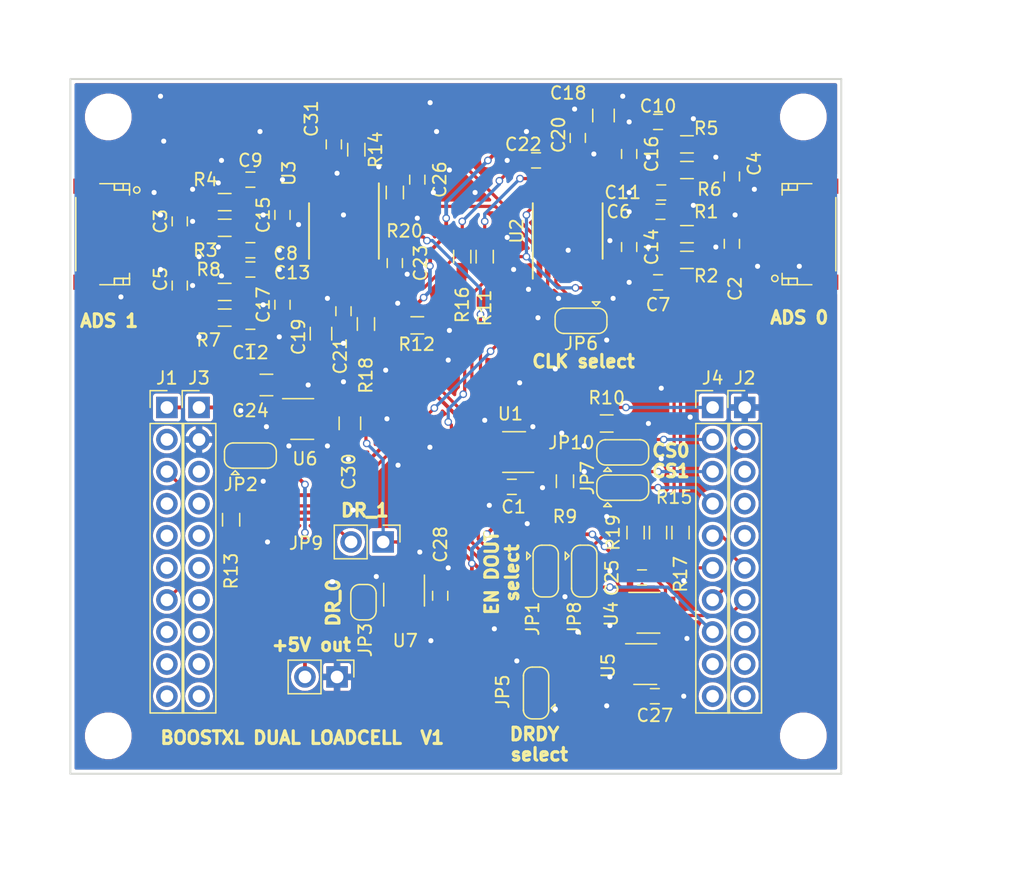
<source format=kicad_pcb>
(kicad_pcb (version 20171130) (host pcbnew 5.0.2-bee76a0~70~ubuntu18.04.1)
  (title_block (title BOOSTXL_DUAL_LOADCELL) (date 2019-01-26) (rev 1))
  (layers (0 F.Cu signal) (31 B.Cu signal) (34 B.Paste user hide) (35 F.Paste user hide) (36 B.SilkS user) (37 F.SilkS user) (38 B.Mask user) (39 F.Mask user) (44 Edge.Cuts user))
  (net 0 "")
  (net 1 GND)
  (net 2 VCC)
  (net 3 "Net-(J1-Pad2)")
  (net 4 "Net-(J1-Pad3)")
  (net 5 "Net-(J1-Pad4)")
  (net 6 "Net-(J1-Pad5)")
  (net 7 "Net-(J1-Pad6)")
  (net 8 "Net-(J1-Pad7)")
  (net 9 "Net-(J1-Pad8)")
  (net 10 "Net-(J1-Pad9)")
  (net 11 "Net-(J1-Pad10)")
  (net 12 "Net-(J2-Pad10)")
  (net 13 "Net-(J2-Pad9)")
  (net 14 "Net-(J2-Pad8)")
  (net 15 "Net-(J2-Pad6)")
  (net 16 "Net-(J2-Pad5)")
  (net 17 "Net-(J2-Pad4)")
  (net 18 "Net-(J2-Pad3)")
  (net 19 "Net-(J2-Pad2)")
  (net 20 +5V)
  (net 21 "Net-(J3-Pad3)")
  (net 22 "Net-(J3-Pad4)")
  (net 23 "Net-(J3-Pad5)")
  (net 24 "Net-(J3-Pad6)")
  (net 25 "Net-(J3-Pad7)")
  (net 26 "Net-(J3-Pad8)")
  (net 27 "Net-(J3-Pad9)")
  (net 28 "Net-(J3-Pad10)")
  (net 29 "Net-(J4-Pad10)")
  (net 30 "Net-(J4-Pad9)")
  (net 31 "Net-(J4-Pad8)")
  (net 32 "Net-(J4-Pad7)")
  (net 33 "Net-(J4-Pad6)")
  (net 34 "Net-(J4-Pad5)")
  (net 35 "Net-(J4-Pad4)")
  (net 36 "Net-(J4-Pad3)")
  (net 37 "Net-(J4-Pad2)")
  (net 38 "Net-(J4-Pad1)")
  (net 39 "Net-(C2-Pad2)")
  (net 40 "Net-(C2-Pad1)")
  (net 41 "Net-(C3-Pad2)")
  (net 42 "Net-(C3-Pad1)")
  (net 43 "Net-(C4-Pad2)")
  (net 44 "Net-(C4-Pad1)")
  (net 45 "Net-(C5-Pad2)")
  (net 46 "Net-(C5-Pad1)")
  (net 47 "Net-(C14-Pad1)")
  (net 48 "Net-(C14-Pad2)")
  (net 49 "Net-(C15-Pad1)")
  (net 50 "Net-(C15-Pad2)")
  (net 51 "Net-(C10-Pad2)")
  (net 52 "Net-(C11-Pad2)")
  (net 53 "Net-(C12-Pad2)")
  (net 54 "Net-(C13-Pad2)")
  (net 55 /AVDD)
  (net 56 "Net-(C24-Pad1)")
  (net 57 /SCLK)
  (net 58 "/DOUT(SOMI)")
  (net 59 "/DIN(SIMO)")
  (net 60 "Net-(J7-Pad2)")
  (net 61 "Net-(JP1-Pad1)")
  (net 62 /EN_DOUT)
  (net 63 /EN_DOUT_)
  (net 64 "Net-(JP3-Pad2)")
  (net 65 /DR_0)
  (net 66 /CLK)
  (net 67 /CS_1)
  (net 68 /DR_1)
  (net 69 /CS_0)
  (net 70 /DOUT_0)
  (net 71 "Net-(R11-Pad2)")
  (net 72 /DOUT_1)
  (net 73 "Net-(R12-Pad2)")
  (net 74 "Net-(R16-Pad2)")
  (net 75 "Net-(R18-Pad2)")
  (net 76 "Net-(U6-Pad4)")
  (net 77 "Net-(U2-Pad7)")
  (net 78 "Net-(U2-Pad6)")
  (net 79 "Net-(U3-Pad6)")
  (net 80 "Net-(U3-Pad7)")
  (net 81 "Net-(JP6-Pad1)")
  (net 82 "Net-(JP7-Pad2)")
  (net 83 "Net-(JP10-Pad2)")
  (net 84 "Net-(C31-Pad1)")
  (net 85 "Net-(C26-Pad1)")
  (module Socket_Strips:Socket_Strip_Straight_1x02_Pitch2.54mm (layer F.Cu) (at 202.53 132.57 270)
    (fp_text reference JP9 (at 0.1 6.1) (layer F.SilkS))
    (fp_text value SolderJumper_2_Open)
    (pad 1 thru_hole rect (at 0 0 270) (size 1.7 1.7) (drill 1) (layers *.Cu *.Mask) (net 68 /DR_1))
    (pad 2 thru_hole oval (at 0 2.54 270) (size 1.7 1.7) (drill 1) (layers *.Cu *.Mask) (net 4 "Net-(J1-Pad3)"))
  )
  (module Jumper:SolderJumper-3_P1.3mm_Open_RoundedPad1.0x1.5mm (layer F.Cu) (at 214.63 144.526 90)
    (fp_text reference JP5 (at 0.1016 -2.6416 90) (layer F.SilkS))
    (fp_text value SolderJumper_3_Open)
    (pad 2 smd rect (at 0 0 90) (size 1 1.5) (layers F.Cu F.Mask) (net 64 "Net-(JP3-Pad2)"))
    (pad 3 smd custom (at 1.3 0 90) (size 1 0.5) (layers F.Cu F.Mask) (net 32 "Net-(J4-Pad7)") (options (clearance outline) (anchor rect)) (primitives (gr_circle (center 0 0.25) (end 0.5 0.25) (width 0)) (gr_circle (center 0 -0.25) (end 0.5 -0.25) (width 0)) (gr_poly (pts (xy -0.55 -0.75) (xy 0 -0.75) (xy 0 0.75) (xy -0.55 0.75)) (width 0))))
    (pad 1 smd custom (at -1.3 0 90) (size 1 0.5) (layers F.Cu F.Mask) (net 34 "Net-(J4-Pad5)") (options (clearance outline) (anchor rect)) (primitives (gr_circle (center 0 0.25) (end 0.5 0.25) (width 0)) (gr_circle (center 0 -0.25) (end 0.5 -0.25) (width 0)) (gr_poly (pts (xy 0.55 -0.75) (xy 0 -0.75) (xy 0 0.75) (xy 0.55 0.75)) (width 0))))
  )
  (module Resistors_SMD:R_0603_HandSoldering (layer F.Cu) (at 226.06 131.826 90)
    (fp_text reference R17 (at -3.302 0 90) (layer F.SilkS))
    (fp_text value 47)
    (pad 1 smd rect (at -1.1 0 90) (size 1.2 0.9) (layers F.Cu F.Paste F.Mask) (net 15 "Net-(J2-Pad6)"))
    (pad 2 smd rect (at 1.1 0 90) (size 1.2 0.9) (layers F.Cu F.Paste F.Mask) (net 59 "/DIN(SIMO)"))
  )
  (module Resistors_SMD:R_0603_HandSoldering (layer F.Cu) (at 224.282 131.826 90)
    (fp_text reference R15 (at 2.794 1.27 180) (layer F.SilkS))
    (fp_text value 47)
    (pad 2 smd rect (at 1.1 0 90) (size 1.2 0.9) (layers F.Cu F.Paste F.Mask) (net 81 "Net-(JP6-Pad1)"))
    (pad 1 smd rect (at -1.1 0 90) (size 1.2 0.9) (layers F.Cu F.Paste F.Mask) (net 33 "Net-(J4-Pad6)"))
  )
  (module Resistors_SMD:R_0603_HandSoldering (layer F.Cu) (at 200.406 101.516 90)
    (fp_text reference R14 (at 0 1.524 90) (layer F.SilkS))
    (fp_text value R)
    (pad 1 smd rect (at -1.1 0 90) (size 1.2 0.9) (layers F.Cu F.Paste F.Mask) (net 66 /CLK))
    (pad 2 smd rect (at 1.1 0 90) (size 1.2 0.9) (layers F.Cu F.Paste F.Mask) (net 84 "Net-(C31-Pad1)"))
  )
  (module Capacitors_SMD:C_0603_HandSoldering (layer F.Cu) (at 198.628 101.092 270)
    (fp_text reference C31 (at -2.032 1.778 270) (layer F.SilkS))
    (fp_text value C)
    (pad 1 smd rect (at -0.95 0 270) (size 1.2 0.75) (layers F.Cu F.Paste F.Mask) (net 84 "Net-(C31-Pad1)"))
    (pad 2 smd rect (at 0.95 0 270) (size 1.2 0.75) (layers F.Cu F.Paste F.Mask) (net 1 GND))
  )
  (module Socket_Strips:Socket_Strip_Straight_1x02_Pitch2.54mm (layer F.Cu) (at 198.882 143.256 270)
    (fp_text reference J7 hide)
    (fp_text value Conn_01x02)
    (pad 1 thru_hole rect (at 0 0 270) (size 1.7 1.7) (drill 1) (layers *.Cu *.Mask) (net 1 GND))
    (pad 2 thru_hole oval (at 0 2.54 270) (size 1.7 1.7) (drill 1) (layers *.Cu *.Mask) (net 60 "Net-(J7-Pad2)"))
  )
  (module Capacitors_SMD:C_0603_HandSoldering (layer F.Cu) (at 224.47 106.426)
    (fp_text reference C6 (at -3.302 0) (layer F.SilkS))
    (fp_text value C)
    (pad 2 smd rect (at 0.95 0) (size 1.2 0.75) (layers F.Cu F.Paste F.Mask) (net 47 "Net-(C14-Pad1)"))
    (pad 1 smd rect (at -0.95 0) (size 1.2 0.75) (layers F.Cu F.Paste F.Mask) (net 1 GND))
  )
  (module Capacitors_SMD:C_0603_HandSoldering (layer F.Cu) (at 194.564 106.68 90)
    (fp_text reference C15 (at 0 -1.524 90) (layer F.SilkS))
    (fp_text value C)
    (pad 1 smd rect (at -0.95 0 90) (size 1.2 0.75) (layers F.Cu F.Paste F.Mask) (net 49 "Net-(C15-Pad1)"))
    (pad 2 smd rect (at 0.95 0 90) (size 1.2 0.75) (layers F.Cu F.Paste F.Mask) (net 50 "Net-(C15-Pad2)"))
  )
  (module Capacitors_SMD:C_0603_HandSoldering (layer F.Cu) (at 199.39 114.3 270)
    (fp_text reference C21 (at 3.556 0.254 270) (layer F.SilkS))
    (fp_text value 0.1u)
    (pad 2 smd rect (at 0.95 0 270) (size 1.2 0.75) (layers F.Cu F.Paste F.Mask) (net 1 GND))
    (pad 1 smd rect (at -0.95 0 270) (size 1.2 0.75) (layers F.Cu F.Paste F.Mask) (net 55 /AVDD))
  )
  (module Jumper:SolderJumper-3_P1.3mm_Bridged12_RoundedPad1.0x1.5mm (layer F.Cu) (at 218.186 115.062 180)
    (fp_text reference JP6 (at 0 -1.8 180) (layer F.SilkS))
    (fp_text value SolderJumper_3_Bridged12)
    (pad 1 smd custom (at -1.3 0 180) (size 1 0.5) (layers F.Cu F.Mask) (net 81 "Net-(JP6-Pad1)") (options (clearance outline) (anchor rect)) (primitives (gr_circle (center 0 0.25) (end 0.5 0.25) (width 0)) (gr_circle (center 0 -0.25) (end 0.5 -0.25) (width 0)) (gr_poly (pts (xy 0.55 -0.75) (xy 0 -0.75) (xy 0 0.75) (xy 0.55 0.75)) (width 0)) (gr_poly (pts (xy 0.4 -0.3) (xy 0.9 -0.3) (xy 0.9 0.3) (xy 0.4 0.3)) (width 0))))
    (pad 3 smd custom (at 1.3 0 180) (size 1 0.5) (layers F.Cu F.Mask) (net 1 GND) (options (clearance outline) (anchor rect)) (primitives (gr_circle (center 0 0.25) (end 0.5 0.25) (width 0)) (gr_circle (center 0 -0.25) (end 0.5 -0.25) (width 0)) (gr_poly (pts (xy -0.55 -0.75) (xy 0 -0.75) (xy 0 0.75) (xy -0.55 0.75)) (width 0))))
    (pad 2 smd rect (at 0 0 180) (size 1 1.5) (layers F.Cu F.Mask) (net 66 /CLK))
  )
  (module Connectors_JST:JST_SH_SM06B-SRSS-TB_06x1.00mm_Angled (layer F.Cu) (at 235.712 108.204 90)
    (fp_text reference J5 hide)
    (fp_text value Conn_01x06)
    (pad "" smd rect (at 3.8 1.9375 90) (size 1.2 1.8) (layers F.Cu F.Paste F.Mask))
    (pad "" smd rect (at -3.8 1.9375 90) (size 1.2 1.8) (layers F.Cu F.Paste F.Mask))
    (pad 6 smd rect (at 2.5 -1.9375 90) (size 0.6 1.55) (layers F.Cu F.Paste F.Mask) (net 44 "Net-(C4-Pad1)"))
    (pad 5 smd rect (at 1.5 -1.9375 90) (size 0.6 1.55) (layers F.Cu F.Paste F.Mask) (net 43 "Net-(C4-Pad2)"))
    (pad 4 smd rect (at 0.5 -1.9375 90) (size 0.6 1.55) (layers F.Cu F.Paste F.Mask) (net 40 "Net-(C2-Pad1)"))
    (pad 3 smd rect (at -0.5 -1.9375 90) (size 0.6 1.55) (layers F.Cu F.Paste F.Mask) (net 39 "Net-(C2-Pad2)"))
    (pad 2 smd rect (at -1.5 -1.9375 90) (size 0.6 1.55) (layers F.Cu F.Paste F.Mask) (net 55 /AVDD))
    (pad 1 smd rect (at -2.5 -1.9375 90) (size 0.6 1.55) (layers F.Cu F.Paste F.Mask) (net 1 GND))
  )
  (module Housings_SSOP:TSSOP-16_4.4x5mm_Pitch0.65mm (layer F.Cu) (at 199.39 107.95 270)
    (fp_text reference U3 (at -4.572 4.318 270) (layer F.SilkS))
    (fp_text value ADS1220)
    (pad 1 smd rect (at -2.95 -2.275 270) (size 1.5 0.45) (layers F.Cu F.Paste F.Mask) (net 57 /SCLK))
    (pad 2 smd rect (at -2.95 -1.625 270) (size 1.5 0.45) (layers F.Cu F.Paste F.Mask) (net 67 /CS_1))
    (pad 3 smd rect (at -2.95 -0.975 270) (size 1.5 0.45) (layers F.Cu F.Paste F.Mask) (net 66 /CLK))
    (pad 4 smd rect (at -2.95 -0.325 270) (size 1.5 0.45) (layers F.Cu F.Paste F.Mask) (net 1 GND))
    (pad 5 smd rect (at -2.95 0.325 270) (size 1.5 0.45) (layers F.Cu F.Paste F.Mask) (net 1 GND))
    (pad 6 smd rect (at -2.95 0.975 270) (size 1.5 0.45) (layers F.Cu F.Paste F.Mask) (net 79 "Net-(U3-Pad6)"))
    (pad 7 smd rect (at -2.95 1.625 270) (size 1.5 0.45) (layers F.Cu F.Paste F.Mask) (net 80 "Net-(U3-Pad7)"))
    (pad 8 smd rect (at -2.95 2.275 270) (size 1.5 0.45) (layers F.Cu F.Paste F.Mask) (net 50 "Net-(C15-Pad2)"))
    (pad 9 smd rect (at 2.95 2.275 270) (size 1.5 0.45) (layers F.Cu F.Paste F.Mask) (net 49 "Net-(C15-Pad1)"))
    (pad 10 smd rect (at 2.95 1.625 270) (size 1.5 0.45) (layers F.Cu F.Paste F.Mask) (net 54 "Net-(C13-Pad2)"))
    (pad 11 smd rect (at 2.95 0.975 270) (size 1.5 0.45) (layers F.Cu F.Paste F.Mask) (net 53 "Net-(C12-Pad2)"))
    (pad 12 smd rect (at 2.95 0.325 270) (size 1.5 0.45) (layers F.Cu F.Paste F.Mask) (net 55 /AVDD))
    (pad 13 smd rect (at 2.95 -0.325 270) (size 1.5 0.45) (layers F.Cu F.Paste F.Mask) (net 2 VCC))
    (pad 14 smd rect (at 2.95 -0.975 270) (size 1.5 0.45) (layers F.Cu F.Paste F.Mask) (net 75 "Net-(R18-Pad2)"))
    (pad 15 smd rect (at 2.95 -1.625 270) (size 1.5 0.45) (layers F.Cu F.Paste F.Mask) (net 73 "Net-(R12-Pad2)"))
    (pad 16 smd rect (at 2.95 -2.275 270) (size 1.5 0.45) (layers F.Cu F.Paste F.Mask) (net 59 "/DIN(SIMO)"))
  )
  (module Connector_PinHeader_2.54mm:PinHeader_1x10_P2.54mm_Vertical (layer F.Cu) (at 228.6 121.92)
    (fp_text reference J4 (at 0 -2.33) (layer F.SilkS))
    (fp_text value TI_BOOSTER_40_J4)
    (pad 10 thru_hole oval (at 0 22.86) (size 1.7 1.7) (drill 1) (layers *.Cu *.Mask) (net 29 "Net-(J4-Pad10)"))
    (pad 9 thru_hole oval (at 0 20.32) (size 1.7 1.7) (drill 1) (layers *.Cu *.Mask) (net 30 "Net-(J4-Pad9)"))
    (pad 8 thru_hole oval (at 0 17.78) (size 1.7 1.7) (drill 1) (layers *.Cu *.Mask) (net 31 "Net-(J4-Pad8)"))
    (pad 7 thru_hole oval (at 0 15.24) (size 1.7 1.7) (drill 1) (layers *.Cu *.Mask) (net 32 "Net-(J4-Pad7)"))
    (pad 6 thru_hole oval (at 0 12.7) (size 1.7 1.7) (drill 1) (layers *.Cu *.Mask) (net 33 "Net-(J4-Pad6)"))
    (pad 5 thru_hole oval (at 0 10.16) (size 1.7 1.7) (drill 1) (layers *.Cu *.Mask) (net 34 "Net-(J4-Pad5)"))
    (pad 4 thru_hole oval (at 0 7.62) (size 1.7 1.7) (drill 1) (layers *.Cu *.Mask) (net 35 "Net-(J4-Pad4)"))
    (pad 3 thru_hole oval (at 0 5.08) (size 1.7 1.7) (drill 1) (layers *.Cu *.Mask) (net 36 "Net-(J4-Pad3)"))
    (pad 2 thru_hole oval (at 0 2.54) (size 1.7 1.7) (drill 1) (layers *.Cu *.Mask) (net 37 "Net-(J4-Pad2)"))
    (pad 1 thru_hole rect (at 0 0) (size 1.7 1.7) (drill 1) (layers *.Cu *.Mask) (net 38 "Net-(J4-Pad1)"))
  )
  (module Connector_PinHeader_2.54mm:PinHeader_1x10_P2.54mm_Vertical (layer F.Cu) (at 187.96 121.92)
    (fp_text reference J3 (at 0 -2.33) (layer F.SilkS))
    (fp_text value TI_BOOSTER_40_J3)
    (pad 1 thru_hole rect (at 0 0) (size 1.7 1.7) (drill 1) (layers *.Cu *.Mask) (net 20 +5V))
    (pad 2 thru_hole oval (at 0 2.54) (size 1.7 1.7) (drill 1) (layers *.Cu *.Mask) (net 1 GND))
    (pad 3 thru_hole oval (at 0 5.08) (size 1.7 1.7) (drill 1) (layers *.Cu *.Mask) (net 21 "Net-(J3-Pad3)"))
    (pad 4 thru_hole oval (at 0 7.62) (size 1.7 1.7) (drill 1) (layers *.Cu *.Mask) (net 22 "Net-(J3-Pad4)"))
    (pad 5 thru_hole oval (at 0 10.16) (size 1.7 1.7) (drill 1) (layers *.Cu *.Mask) (net 23 "Net-(J3-Pad5)"))
    (pad 6 thru_hole oval (at 0 12.7) (size 1.7 1.7) (drill 1) (layers *.Cu *.Mask) (net 24 "Net-(J3-Pad6)"))
    (pad 7 thru_hole oval (at 0 15.24) (size 1.7 1.7) (drill 1) (layers *.Cu *.Mask) (net 25 "Net-(J3-Pad7)"))
    (pad 8 thru_hole oval (at 0 17.78) (size 1.7 1.7) (drill 1) (layers *.Cu *.Mask) (net 26 "Net-(J3-Pad8)"))
    (pad 9 thru_hole oval (at 0 20.32) (size 1.7 1.7) (drill 1) (layers *.Cu *.Mask) (net 27 "Net-(J3-Pad9)"))
    (pad 10 thru_hole oval (at 0 22.86) (size 1.7 1.7) (drill 1) (layers *.Cu *.Mask) (net 28 "Net-(J3-Pad10)"))
  )
  (module Connector_PinHeader_2.54mm:PinHeader_1x10_P2.54mm_Vertical (layer F.Cu) (at 231.14 121.92)
    (fp_text reference J2 (at 0 -2.33) (layer F.SilkS))
    (fp_text value TI_BOOSTER_40_J2)
    (pad 10 thru_hole oval (at 0 22.86) (size 1.7 1.7) (drill 1) (layers *.Cu *.Mask) (net 12 "Net-(J2-Pad10)"))
    (pad 9 thru_hole oval (at 0 20.32) (size 1.7 1.7) (drill 1) (layers *.Cu *.Mask) (net 13 "Net-(J2-Pad9)"))
    (pad 8 thru_hole oval (at 0 17.78) (size 1.7 1.7) (drill 1) (layers *.Cu *.Mask) (net 14 "Net-(J2-Pad8)"))
    (pad 7 thru_hole oval (at 0 15.24) (size 1.7 1.7) (drill 1) (layers *.Cu *.Mask) (net 58 "/DOUT(SOMI)"))
    (pad 6 thru_hole oval (at 0 12.7) (size 1.7 1.7) (drill 1) (layers *.Cu *.Mask) (net 15 "Net-(J2-Pad6)"))
    (pad 5 thru_hole oval (at 0 10.16) (size 1.7 1.7) (drill 1) (layers *.Cu *.Mask) (net 16 "Net-(J2-Pad5)"))
    (pad 4 thru_hole oval (at 0 7.62) (size 1.7 1.7) (drill 1) (layers *.Cu *.Mask) (net 17 "Net-(J2-Pad4)"))
    (pad 3 thru_hole oval (at 0 5.08) (size 1.7 1.7) (drill 1) (layers *.Cu *.Mask) (net 18 "Net-(J2-Pad3)"))
    (pad 2 thru_hole oval (at 0 2.54) (size 1.7 1.7) (drill 1) (layers *.Cu *.Mask) (net 19 "Net-(J2-Pad2)"))
    (pad 1 thru_hole rect (at 0 0) (size 1.7 1.7) (drill 1) (layers *.Cu *.Mask) (net 1 GND))
  )
  (module Connector_PinHeader_2.54mm:PinHeader_1x10_P2.54mm_Vertical (layer F.Cu) (at 185.42 121.92)
    (fp_text reference J1 (at 0 -2.33) (layer F.SilkS))
    (fp_text value TI_BOOSTER_40_J1)
    (pad 1 thru_hole rect (at 0 0) (size 1.7 1.7) (drill 1) (layers *.Cu *.Mask) (net 2 VCC))
    (pad 2 thru_hole oval (at 0 2.54) (size 1.7 1.7) (drill 1) (layers *.Cu *.Mask) (net 3 "Net-(J1-Pad2)"))
    (pad 3 thru_hole oval (at 0 5.08) (size 1.7 1.7) (drill 1) (layers *.Cu *.Mask) (net 4 "Net-(J1-Pad3)"))
    (pad 4 thru_hole oval (at 0 7.62) (size 1.7 1.7) (drill 1) (layers *.Cu *.Mask) (net 5 "Net-(J1-Pad4)"))
    (pad 5 thru_hole oval (at 0 10.16) (size 1.7 1.7) (drill 1) (layers *.Cu *.Mask) (net 6 "Net-(J1-Pad5)"))
    (pad 6 thru_hole oval (at 0 12.7) (size 1.7 1.7) (drill 1) (layers *.Cu *.Mask) (net 7 "Net-(J1-Pad6)"))
    (pad 7 thru_hole oval (at 0 15.24) (size 1.7 1.7) (drill 1) (layers *.Cu *.Mask) (net 8 "Net-(J1-Pad7)"))
    (pad 8 thru_hole oval (at 0 17.78) (size 1.7 1.7) (drill 1) (layers *.Cu *.Mask) (net 9 "Net-(J1-Pad8)"))
    (pad 9 thru_hole oval (at 0 20.32) (size 1.7 1.7) (drill 1) (layers *.Cu *.Mask) (net 10 "Net-(J1-Pad9)"))
    (pad 10 thru_hole oval (at 0 22.86) (size 1.7 1.7) (drill 1) (layers *.Cu *.Mask) (net 11 "Net-(J1-Pad10)"))
  )
  (module Capacitors_SMD:C_0805_HandSoldering (layer F.Cu) (at 219.964 98.806 90)
    (fp_text reference C18 (at 1.778 -2.794 180) (layer F.SilkS))
    (fp_text value 1u)
    (pad 2 smd rect (at 1.25 0 90) (size 1.5 1.25) (layers F.Cu F.Paste F.Mask) (net 1 GND))
    (pad 1 smd rect (at -1.25 0 90) (size 1.5 1.25) (layers F.Cu F.Paste F.Mask) (net 55 /AVDD))
  )
  (module Capacitors_SMD:C_0805_HandSoldering (layer F.Cu) (at 197.612 116.078 270)
    (fp_text reference C19 (at 0.254 1.778 270) (layer F.SilkS))
    (fp_text value 1u)
    (pad 2 smd rect (at 1.25 0 270) (size 1.5 1.25) (layers F.Cu F.Paste F.Mask) (net 1 GND))
    (pad 1 smd rect (at -1.25 0 270) (size 1.5 1.25) (layers F.Cu F.Paste F.Mask) (net 55 /AVDD))
  )
  (module Capacitors_SMD:C_0805_HandSoldering (layer F.Cu) (at 193.294 120.142 180)
    (fp_text reference C24 (at 1.27 -2.032 180) (layer F.SilkS))
    (fp_text value 1u)
    (pad 2 smd rect (at 1.25 0 180) (size 1.5 1.25) (layers F.Cu F.Paste F.Mask) (net 1 GND))
    (pad 1 smd rect (at -1.25 0 180) (size 1.5 1.25) (layers F.Cu F.Paste F.Mask) (net 56 "Net-(C24-Pad1)"))
  )
  (module Capacitors_SMD:C_0805_HandSoldering (layer F.Cu) (at 199.898 123.1773 270)
    (fp_text reference C30 (at 3.8227 0.0889 270) (layer F.SilkS))
    (fp_text value 1u)
    (pad 1 smd rect (at -1.25 0 270) (size 1.5 1.25) (layers F.Cu F.Paste F.Mask) (net 55 /AVDD))
    (pad 2 smd rect (at 1.25 0 270) (size 1.5 1.25) (layers F.Cu F.Paste F.Mask) (net 1 GND))
  )
  (module Mounting_Holes:MountingHole_3.2mm_M3_ISO7380 (layer F.Cu) (at 180.78 147.92)
    (fp_text reference H1 hide)
    (fp_text value MountingHole)
    (pad 1 np_thru_hole circle (at 0 0) (size 3.2 3.2) (drill 3.2) (layers *.Cu *.Mask))
  )
  (module Mounting_Holes:MountingHole_3.2mm_M3_ISO7380 (layer F.Cu) (at 180.78 98.92)
    (fp_text reference H2 hide)
    (fp_text value MountingHole)
    (pad 1 np_thru_hole circle (at 0 0) (size 3.2 3.2) (drill 3.2) (layers *.Cu *.Mask))
  )
  (module Mounting_Holes:MountingHole_3.2mm_M3_ISO7380 (layer F.Cu) (at 235.78 98.92)
    (fp_text reference H3 hide)
    (fp_text value MountingHole)
    (pad 1 np_thru_hole circle (at 0 0) (size 3.2 3.2) (drill 3.2) (layers *.Cu *.Mask))
  )
  (module Mounting_Holes:MountingHole_3.2mm_M3_ISO7380 (layer F.Cu) (at 235.78 147.92)
    (fp_text reference H4 hide)
    (fp_text value MountingHole)
    (pad 1 np_thru_hole circle (at 0 0) (size 3.2 3.2) (drill 3.2) (layers *.Cu *.Mask))
  )
  (module Connectors_JST:JST_SH_SM06B-SRSS-TB_06x1.00mm_Angled (layer F.Cu) (at 180.848 108.204 270)
    (fp_text reference J6 hide)
    (fp_text value Conn_01x06)
    (pad 1 smd rect (at -2.5 -1.9375 270) (size 0.6 1.55) (layers F.Cu F.Paste F.Mask) (net 1 GND))
    (pad 2 smd rect (at -1.5 -1.9375 270) (size 0.6 1.55) (layers F.Cu F.Paste F.Mask) (net 55 /AVDD))
    (pad 3 smd rect (at -0.5 -1.9375 270) (size 0.6 1.55) (layers F.Cu F.Paste F.Mask) (net 41 "Net-(C3-Pad2)"))
    (pad 4 smd rect (at 0.5 -1.9375 270) (size 0.6 1.55) (layers F.Cu F.Paste F.Mask) (net 42 "Net-(C3-Pad1)"))
    (pad 5 smd rect (at 1.5 -1.9375 270) (size 0.6 1.55) (layers F.Cu F.Paste F.Mask) (net 45 "Net-(C5-Pad2)"))
    (pad 6 smd rect (at 2.5 -1.9375 270) (size 0.6 1.55) (layers F.Cu F.Paste F.Mask) (net 46 "Net-(C5-Pad1)"))
    (pad "" smd rect (at -3.8 1.9375 270) (size 1.2 1.8) (layers F.Cu F.Paste F.Mask))
    (pad "" smd rect (at 3.8 1.9375 270) (size 1.2 1.8) (layers F.Cu F.Paste F.Mask))
  )
  (module Jumper:SolderJumper-3_P1.3mm_Open_RoundedPad1.0x1.5mm (layer F.Cu) (at 215.392 134.874 270)
    (fp_text reference JP1 (at 3.773762 1.034532 270) (layer F.SilkS))
    (fp_text value SolderJumper_3_Open)
    (pad 1 smd custom (at -1.3 0 270) (size 1 0.5) (layers F.Cu F.Mask) (net 61 "Net-(JP1-Pad1)") (options (clearance outline) (anchor rect)) (primitives (gr_circle (center 0 0.25) (end 0.5 0.25) (width 0)) (gr_circle (center 0 -0.25) (end 0.5 -0.25) (width 0)) (gr_poly (pts (xy 0.55 -0.75) (xy 0 -0.75) (xy 0 0.75) (xy 0.55 0.75)) (width 0))))
    (pad 3 smd custom (at 1.3 0 270) (size 1 0.5) (layers F.Cu F.Mask) (net 62 /EN_DOUT) (options (clearance outline) (anchor rect)) (primitives (gr_circle (center 0 0.25) (end 0.5 0.25) (width 0)) (gr_circle (center 0 -0.25) (end 0.5 -0.25) (width 0)) (gr_poly (pts (xy -0.55 -0.75) (xy 0 -0.75) (xy 0 0.75) (xy -0.55 0.75)) (width 0))))
    (pad 2 smd rect (at 0 0 270) (size 1 1.5) (layers F.Cu F.Mask) (net 63 /EN_DOUT_))
  )
  (module Jumper:SolderJumper-3_P1.3mm_Bridged12_RoundedPad1.0x1.5mm (layer F.Cu) (at 192.024 125.73)
    (fp_text reference JP2 (at -0.762 2.286) (layer F.SilkS))
    (fp_text value SolderJumper_3_Bridged12)
    (pad 2 smd rect (at 0 0) (size 1 1.5) (layers F.Cu F.Mask) (net 56 "Net-(C24-Pad1)"))
    (pad 3 smd custom (at 1.3 0) (size 1 0.5) (layers F.Cu F.Mask) (net 60 "Net-(J7-Pad2)") (options (clearance outline) (anchor rect)) (primitives (gr_circle (center 0 0.25) (end 0.5 0.25) (width 0)) (gr_circle (center 0 -0.25) (end 0.5 -0.25) (width 0)) (gr_poly (pts (xy -0.55 -0.75) (xy 0 -0.75) (xy 0 0.75) (xy -0.55 0.75)) (width 0))))
    (pad 1 smd custom (at -1.3 0) (size 1 0.5) (layers F.Cu F.Mask) (net 20 +5V) (options (clearance outline) (anchor rect)) (primitives (gr_circle (center 0 0.25) (end 0.5 0.25) (width 0)) (gr_circle (center 0 -0.25) (end 0.5 -0.25) (width 0)) (gr_poly (pts (xy 0.55 -0.75) (xy 0 -0.75) (xy 0 0.75) (xy 0.55 0.75)) (width 0)) (gr_poly (pts (xy 0.4 -0.3) (xy 0.9 -0.3) (xy 0.9 0.3) (xy 0.4 0.3)) (width 0))))
  )
  (module Jumper:SolderJumper-2_P1.3mm_Open_RoundedPad1.0x1.5mm (layer F.Cu) (at 200.972 137.338 270)
    (fp_text reference JP3 (at 2.9995 -0.1397 270) (layer F.SilkS))
    (fp_text value SolderJumper_2_Open)
    (pad 2 smd custom (at 0.65 0 270) (size 1 0.5) (layers F.Cu F.Mask) (net 64 "Net-(JP3-Pad2)") (options (clearance outline) (anchor rect)) (primitives (gr_circle (center 0 0.25) (end 0.5 0.25) (width 0)) (gr_circle (center 0 -0.25) (end 0.5 -0.25) (width 0)) (gr_poly (pts (xy 0 -0.75) (xy -0.5 -0.75) (xy -0.5 0.75) (xy 0 0.75)) (width 0))))
    (pad 1 smd custom (at -0.65 0 270) (size 1 0.5) (layers F.Cu F.Mask) (net 65 /DR_0) (options (clearance outline) (anchor rect)) (primitives (gr_circle (center 0 0.25) (end 0.5 0.25) (width 0)) (gr_circle (center 0 -0.25) (end 0.5 -0.25) (width 0)) (gr_poly (pts (xy 0 -0.75) (xy 0.5 -0.75) (xy 0.5 0.75) (xy 0 0.75)) (width 0))))
  )
  (module Jumper:SolderJumper-3_P1.3mm_Open_RoundedPad1.0x1.5mm (layer F.Cu) (at 221.488 128.27)
    (fp_text reference JP7 (at -2.794 -0.762 90) (layer F.SilkS))
    (fp_text value SolderJumper_3_Open)
    (pad 2 smd rect (at 0 0) (size 1 1.5) (layers F.Cu F.Mask) (net 82 "Net-(JP7-Pad2)"))
    (pad 3 smd custom (at 1.3 0) (size 1 0.5) (layers F.Cu F.Mask) (net 35 "Net-(J4-Pad4)") (options (clearance outline) (anchor rect)) (primitives (gr_circle (center 0 0.25) (end 0.5 0.25) (width 0)) (gr_circle (center 0 -0.25) (end 0.5 -0.25) (width 0)) (gr_poly (pts (xy -0.55 -0.75) (xy 0 -0.75) (xy 0 0.75) (xy -0.55 0.75)) (width 0))))
    (pad 1 smd custom (at -1.3 0) (size 1 0.5) (layers F.Cu F.Mask) (net 36 "Net-(J4-Pad3)") (options (clearance outline) (anchor rect)) (primitives (gr_circle (center 0 0.25) (end 0.5 0.25) (width 0)) (gr_circle (center 0 -0.25) (end 0.5 -0.25) (width 0)) (gr_poly (pts (xy 0.55 -0.75) (xy 0 -0.75) (xy 0 0.75) (xy 0.55 0.75)) (width 0))))
  )
  (module Jumper:SolderJumper-3_P1.3mm_Open_RoundedPad1.0x1.5mm (layer F.Cu) (at 218.44 134.874 270)
    (fp_text reference JP8 (at 3.773762 0.780532 270) (layer F.SilkS))
    (fp_text value SolderJumper_3_Open)
    (pad 1 smd custom (at -1.3 0 270) (size 1 0.5) (layers F.Cu F.Mask) (net 19 "Net-(J2-Pad2)") (options (clearance outline) (anchor rect)) (primitives (gr_circle (center 0 0.25) (end 0.5 0.25) (width 0)) (gr_circle (center 0 -0.25) (end 0.5 -0.25) (width 0)) (gr_poly (pts (xy 0.55 -0.75) (xy 0 -0.75) (xy 0 0.75) (xy 0.55 0.75)) (width 0))))
    (pad 3 smd custom (at 1.3 0 270) (size 1 0.5) (layers F.Cu F.Mask) (net 31 "Net-(J4-Pad8)") (options (clearance outline) (anchor rect)) (primitives (gr_circle (center 0 0.25) (end 0.5 0.25) (width 0)) (gr_circle (center 0 -0.25) (end 0.5 -0.25) (width 0)) (gr_poly (pts (xy -0.55 -0.75) (xy 0 -0.75) (xy 0 0.75) (xy -0.55 0.75)) (width 0))))
    (pad 2 smd rect (at 0 0 270) (size 1 1.5) (layers F.Cu F.Mask) (net 62 /EN_DOUT))
  )
  (module Jumper:SolderJumper-3_P1.3mm_Open_RoundedPad1.0x1.5mm (layer F.Cu) (at 221.488 125.476)
    (fp_text reference JP10 (at -4.064 -0.762) (layer F.SilkS))
    (fp_text value SolderJumper_3_Open)
    (pad 1 smd custom (at -1.3 0) (size 1 0.5) (layers F.Cu F.Mask) (net 38 "Net-(J4-Pad1)") (options (clearance outline) (anchor rect)) (primitives (gr_circle (center 0 0.25) (end 0.5 0.25) (width 0)) (gr_circle (center 0 -0.25) (end 0.5 -0.25) (width 0)) (gr_poly (pts (xy 0.55 -0.75) (xy 0 -0.75) (xy 0 0.75) (xy 0.55 0.75)) (width 0))))
    (pad 3 smd custom (at 1.3 0) (size 1 0.5) (layers F.Cu F.Mask) (net 37 "Net-(J4-Pad2)") (options (clearance outline) (anchor rect)) (primitives (gr_circle (center 0 0.25) (end 0.5 0.25) (width 0)) (gr_circle (center 0 -0.25) (end 0.5 -0.25) (width 0)) (gr_poly (pts (xy -0.55 -0.75) (xy 0 -0.75) (xy 0 0.75) (xy -0.55 0.75)) (width 0))))
    (pad 2 smd rect (at 0 0) (size 1 1.5) (layers F.Cu F.Mask) (net 83 "Net-(JP10-Pad2)"))
  )
  (module TO_SOT_Packages_SMD:SOT-23-5_HandSoldering (layer F.Cu) (at 212.8901 125.4506 180)
    (fp_text reference U1 (at 0.2921 3.0226 180) (layer F.SilkS))
    (fp_text value 74LVC1G02)
    (pad 1 smd rect (at -1.35 -0.95 180) (size 1.56 0.65) (layers F.Cu F.Paste F.Mask) (net 67 /CS_1))
    (pad 2 smd rect (at -1.35 0 180) (size 1.56 0.65) (layers F.Cu F.Paste F.Mask) (net 69 /CS_0))
    (pad 3 smd rect (at -1.35 0.95 180) (size 1.56 0.65) (layers F.Cu F.Paste F.Mask) (net 1 GND))
    (pad 4 smd rect (at 1.35 0.95 180) (size 1.56 0.65) (layers F.Cu F.Paste F.Mask) (net 61 "Net-(JP1-Pad1)"))
    (pad 5 smd rect (at 1.35 -0.95 180) (size 1.56 0.65) (layers F.Cu F.Paste F.Mask) (net 2 VCC))
  )
  (module Housings_SSOP:TSSOP-16_4.4x5mm_Pitch0.65mm (layer F.Cu) (at 217.17 107.95 90)
    (fp_text reference U2 (at 0 -4.064 90) (layer F.SilkS))
    (fp_text value ADS1220)
    (pad 16 smd rect (at 2.95 -2.275 90) (size 1.5 0.45) (layers F.Cu F.Paste F.Mask) (net 59 "/DIN(SIMO)"))
    (pad 15 smd rect (at 2.95 -1.625 90) (size 1.5 0.45) (layers F.Cu F.Paste F.Mask) (net 71 "Net-(R11-Pad2)"))
    (pad 14 smd rect (at 2.95 -0.975 90) (size 1.5 0.45) (layers F.Cu F.Paste F.Mask) (net 74 "Net-(R16-Pad2)"))
    (pad 13 smd rect (at 2.95 -0.325 90) (size 1.5 0.45) (layers F.Cu F.Paste F.Mask) (net 2 VCC))
    (pad 12 smd rect (at 2.95 0.325 90) (size 1.5 0.45) (layers F.Cu F.Paste F.Mask) (net 55 /AVDD))
    (pad 11 smd rect (at 2.95 0.975 90) (size 1.5 0.45) (layers F.Cu F.Paste F.Mask) (net 51 "Net-(C10-Pad2)"))
    (pad 10 smd rect (at 2.95 1.625 90) (size 1.5 0.45) (layers F.Cu F.Paste F.Mask) (net 52 "Net-(C11-Pad2)"))
    (pad 9 smd rect (at 2.95 2.275 90) (size 1.5 0.45) (layers F.Cu F.Paste F.Mask) (net 47 "Net-(C14-Pad1)"))
    (pad 8 smd rect (at -2.95 2.275 90) (size 1.5 0.45) (layers F.Cu F.Paste F.Mask) (net 48 "Net-(C14-Pad2)"))
    (pad 7 smd rect (at -2.95 1.625 90) (size 1.5 0.45) (layers F.Cu F.Paste F.Mask) (net 77 "Net-(U2-Pad7)"))
    (pad 6 smd rect (at -2.95 0.975 90) (size 1.5 0.45) (layers F.Cu F.Paste F.Mask) (net 78 "Net-(U2-Pad6)"))
    (pad 5 smd rect (at -2.95 0.325 90) (size 1.5 0.45) (layers F.Cu F.Paste F.Mask) (net 1 GND))
    (pad 4 smd rect (at -2.95 -0.325 90) (size 1.5 0.45) (layers F.Cu F.Paste F.Mask) (net 1 GND))
    (pad 3 smd rect (at -2.95 -0.975 90) (size 1.5 0.45) (layers F.Cu F.Paste F.Mask) (net 66 /CLK))
    (pad 2 smd rect (at -2.95 -1.625 90) (size 1.5 0.45) (layers F.Cu F.Paste F.Mask) (net 69 /CS_0))
    (pad 1 smd rect (at -2.95 -2.275 90) (size 1.5 0.45) (layers F.Cu F.Paste F.Mask) (net 57 /SCLK))
  )
  (module TO_SOT_Packages_SMD:SOT-23-5_HandSoldering (layer F.Cu) (at 223.52 138.176)
    (fp_text reference U4 (at -2.94 0.094 90) (layer F.SilkS))
    (fp_text value SN74LVC1G125DBVR)
    (pad 5 smd rect (at 1.35 -0.95) (size 1.56 0.65) (layers F.Cu F.Paste F.Mask) (net 2 VCC))
    (pad 4 smd rect (at 1.35 0.95) (size 1.56 0.65) (layers F.Cu F.Paste F.Mask) (net 58 "/DOUT(SOMI)"))
    (pad 3 smd rect (at -1.35 0.95) (size 1.56 0.65) (layers F.Cu F.Paste F.Mask) (net 1 GND))
    (pad 2 smd rect (at -1.35 0) (size 1.56 0.65) (layers F.Cu F.Paste F.Mask) (net 70 /DOUT_0))
    (pad 1 smd rect (at -1.35 -0.95) (size 1.56 0.65) (layers F.Cu F.Paste F.Mask) (net 63 /EN_DOUT_))
  )
  (module TO_SOT_Packages_SMD:SOT-23-5_HandSoldering (layer F.Cu) (at 223.266 142.24)
    (fp_text reference U5 (at -2.936 0.13 90) (layer F.SilkS))
    (fp_text value SN74LVC1G125DBVR)
    (pad 1 smd rect (at -1.35 -0.95) (size 1.56 0.65) (layers F.Cu F.Paste F.Mask) (net 63 /EN_DOUT_))
    (pad 2 smd rect (at -1.35 0) (size 1.56 0.65) (layers F.Cu F.Paste F.Mask) (net 72 /DOUT_1))
    (pad 3 smd rect (at -1.35 0.95) (size 1.56 0.65) (layers F.Cu F.Paste F.Mask) (net 1 GND))
    (pad 4 smd rect (at 1.35 0.95) (size 1.56 0.65) (layers F.Cu F.Paste F.Mask) (net 58 "/DOUT(SOMI)"))
    (pad 5 smd rect (at 1.35 -0.95) (size 1.56 0.65) (layers F.Cu F.Paste F.Mask) (net 2 VCC))
  )
  (module TO_SOT_Packages_SMD:SOT-23-5_HandSoldering (layer F.Cu) (at 196.1261 122.8344)
    (fp_text reference U6 (at 0.2159 3.1496) (layer F.SilkS))
    (fp_text value LP5907MFX-3_3_NOPB)
    (pad 5 smd rect (at 1.35 -0.95) (size 1.56 0.65) (layers F.Cu F.Paste F.Mask) (net 55 /AVDD))
    (pad 4 smd rect (at 1.35 0.95) (size 1.56 0.65) (layers F.Cu F.Paste F.Mask) (net 76 "Net-(U6-Pad4)"))
    (pad 3 smd rect (at -1.35 0.95) (size 1.56 0.65) (layers F.Cu F.Paste F.Mask) (net 2 VCC))
    (pad 2 smd rect (at -1.35 0) (size 1.56 0.65) (layers F.Cu F.Paste F.Mask) (net 1 GND))
    (pad 1 smd rect (at -1.35 -0.95) (size 1.56 0.65) (layers F.Cu F.Paste F.Mask) (net 56 "Net-(C24-Pad1)"))
  )
  (module TO_SOT_Packages_SMD:SOT-23-5_HandSoldering (layer F.Cu) (at 204.185101 136.7411 270)
    (fp_text reference U7 (at 3.6449 -0.088899) (layer F.SilkS))
    (fp_text value 74LVC1G32)
    (pad 5 smd rect (at 1.35 -0.95 270) (size 1.56 0.65) (layers F.Cu F.Paste F.Mask) (net 2 VCC))
    (pad 4 smd rect (at 1.35 0.95 270) (size 1.56 0.65) (layers F.Cu F.Paste F.Mask) (net 64 "Net-(JP3-Pad2)"))
    (pad 3 smd rect (at -1.35 0.95 270) (size 1.56 0.65) (layers F.Cu F.Paste F.Mask) (net 1 GND))
    (pad 2 smd rect (at -1.35 0 270) (size 1.56 0.65) (layers F.Cu F.Paste F.Mask) (net 68 /DR_1))
    (pad 1 smd rect (at -1.35 -0.95 270) (size 1.56 0.65) (layers F.Cu F.Paste F.Mask) (net 65 /DR_0))
  )
  (module Resistors_SMD:R_0603_HandSoldering (layer F.Cu) (at 203.454 104.902 90)
    (fp_text reference R20 (at -3.048 0.762 180) (layer F.SilkS))
    (fp_text value R)
    (pad 2 smd rect (at 1.1 0 90) (size 1.2 0.9) (layers F.Cu F.Paste F.Mask) (net 85 "Net-(C26-Pad1)"))
    (pad 1 smd rect (at -1.1 0 90) (size 1.2 0.9) (layers F.Cu F.Paste F.Mask) (net 57 /SCLK))
  )
  (module Capacitors_SMD:C_0603_HandSoldering (layer F.Cu) (at 212.7123 128.2065 180)
    (fp_text reference C1 (at -0.1397 -1.5875 180) (layer F.SilkS))
    (fp_text value 0.1u)
    (pad 2 smd rect (at 0.95 0 180) (size 1.2 0.75) (layers F.Cu F.Paste F.Mask) (net 2 VCC))
    (pad 1 smd rect (at -0.95 0 180) (size 1.2 0.75) (layers F.Cu F.Paste F.Mask) (net 1 GND))
  )
  (module Capacitors_SMD:C_0603_HandSoldering (layer F.Cu) (at 221.996 109.22 270)
    (fp_text reference C14 (at 0 -1.778 270) (layer F.SilkS))
    (fp_text value C)
    (pad 1 smd rect (at -0.95 0 270) (size 1.2 0.75) (layers F.Cu F.Paste F.Mask) (net 47 "Net-(C14-Pad1)"))
    (pad 2 smd rect (at 0.95 0 270) (size 1.2 0.75) (layers F.Cu F.Paste F.Mask) (net 48 "Net-(C14-Pad2)"))
  )
  (module Capacitors_SMD:C_0603_HandSoldering (layer F.Cu) (at 217.932 100.584 90)
    (fp_text reference C20 (at 0.254 -1.524 90) (layer F.SilkS))
    (fp_text value 0.1u)
    (pad 2 smd rect (at 0.95 0 90) (size 1.2 0.75) (layers F.Cu F.Paste F.Mask) (net 1 GND))
    (pad 1 smd rect (at -0.95 0 90) (size 1.2 0.75) (layers F.Cu F.Paste F.Mask) (net 55 /AVDD))
  )
  (module Capacitors_SMD:C_0603_HandSoldering (layer F.Cu) (at 214.63 102.362)
    (fp_text reference C22 (at -1.016 -1.27) (layer F.SilkS))
    (fp_text value 0.1u)
    (pad 2 smd rect (at 0.95 0) (size 1.2 0.75) (layers F.Cu F.Paste F.Mask) (net 2 VCC))
    (pad 1 smd rect (at -0.95 0) (size 1.2 0.75) (layers F.Cu F.Paste F.Mask) (net 1 GND))
  )
  (module Capacitors_SMD:C_0603_HandSoldering (layer F.Cu) (at 203.454 110.49 90)
    (fp_text reference C23 (at 0 2.032 90) (layer F.SilkS))
    (fp_text value 0.1u)
    (pad 1 smd rect (at -0.95 0 90) (size 1.2 0.75) (layers F.Cu F.Paste F.Mask) (net 1 GND))
    (pad 2 smd rect (at 0.95 0 90) (size 1.2 0.75) (layers F.Cu F.Paste F.Mask) (net 2 VCC))
  )
  (module Capacitors_SMD:C_0603_HandSoldering (layer F.Cu) (at 223.012 135.382)
    (fp_text reference C25 (at -2.382 0.038 90) (layer F.SilkS))
    (fp_text value 0.1u)
    (pad 2 smd rect (at 0.95 0) (size 1.2 0.75) (layers F.Cu F.Paste F.Mask) (net 2 VCC))
    (pad 1 smd rect (at -0.95 0) (size 1.2 0.75) (layers F.Cu F.Paste F.Mask) (net 1 GND))
  )
  (module Capacitors_SMD:C_0603_HandSoldering (layer F.Cu) (at 205.232 103.886 270)
    (fp_text reference C26 (at 0 -1.778 270) (layer F.SilkS))
    (fp_text value C)
    (pad 2 smd rect (at 0.95 0 270) (size 1.2 0.75) (layers F.Cu F.Paste F.Mask) (net 1 GND))
    (pad 1 smd rect (at -0.95 0 270) (size 1.2 0.75) (layers F.Cu F.Paste F.Mask) (net 85 "Net-(C26-Pad1)"))
  )
  (module Capacitors_SMD:C_0603_HandSoldering (layer F.Cu) (at 224.028 144.78 180)
    (fp_text reference C27 (at 0 -1.524) (layer F.SilkS))
    (fp_text value 0.1u)
    (pad 1 smd rect (at -0.95 0 180) (size 1.2 0.75) (layers F.Cu F.Paste F.Mask) (net 1 GND))
    (pad 2 smd rect (at 0.95 0 180) (size 1.2 0.75) (layers F.Cu F.Paste F.Mask) (net 2 VCC))
  )
  (module Capacitors_SMD:C_0603_HandSoldering (layer F.Cu) (at 207.042601 136.83 270)
    (fp_text reference C28 (at -4.064 -0.0254 270) (layer F.SilkS))
    (fp_text value 0.1u)
    (pad 1 smd rect (at -0.95 0 270) (size 1.2 0.75) (layers F.Cu F.Paste F.Mask) (net 1 GND))
    (pad 2 smd rect (at 0.95 0 270) (size 1.2 0.75) (layers F.Cu F.Paste F.Mask) (net 2 VCC))
  )
  (module Resistors_SMD:R_0603_HandSoldering (layer F.Cu) (at 216.916 127.762 90)
    (fp_text reference R9 (at -2.794 0 180) (layer F.SilkS))
    (fp_text value 47)
    (pad 2 smd rect (at 1.1 0 90) (size 1.2 0.9) (layers F.Cu F.Paste F.Mask) (net 67 /CS_1))
    (pad 1 smd rect (at -1.1 0 90) (size 1.2 0.9) (layers F.Cu F.Paste F.Mask) (net 82 "Net-(JP7-Pad2)"))
  )
  (module Resistors_SMD:R_0603_HandSoldering (layer F.Cu) (at 220.218 123.19 180)
    (fp_text reference R10 (at 0 2.032 180) (layer F.SilkS))
    (fp_text value 47)
    (pad 2 smd rect (at 1.1 0 180) (size 1.2 0.9) (layers F.Cu F.Paste F.Mask) (net 69 /CS_0))
    (pad 1 smd rect (at -1.1 0 180) (size 1.2 0.9) (layers F.Cu F.Paste F.Mask) (net 83 "Net-(JP10-Pad2)"))
  )
  (module Resistors_SMD:R_0603_HandSoldering (layer F.Cu) (at 210.566 109.982 90)
    (fp_text reference R11 (at -4.064 0 270) (layer F.SilkS))
    (fp_text value 47)
    (pad 1 smd rect (at -1.1 0 90) (size 1.2 0.9) (layers F.Cu F.Paste F.Mask) (net 70 /DOUT_0))
    (pad 2 smd rect (at 1.1 0 90) (size 1.2 0.9) (layers F.Cu F.Paste F.Mask) (net 71 "Net-(R11-Pad2)"))
  )
  (module Resistors_SMD:R_0603_HandSoldering (layer F.Cu) (at 205.23 115.42 180)
    (fp_text reference R12 (at 0.05 -1.5 180) (layer F.SilkS))
    (fp_text value 47)
    (pad 1 smd rect (at -1.1 0 180) (size 1.2 0.9) (layers F.Cu F.Paste F.Mask) (net 72 /DOUT_1))
    (pad 2 smd rect (at 1.1 0 180) (size 1.2 0.9) (layers F.Cu F.Paste F.Mask) (net 73 "Net-(R12-Pad2)"))
  )
  (module Resistors_SMD:R_0603_HandSoldering (layer F.Cu) (at 190.5 130.81 90)
    (fp_text reference R13 (at -4.064 0 90) (layer F.SilkS))
    (fp_text value 47)
    (pad 1 smd rect (at -1.1 0 90) (size 1.2 0.9) (layers F.Cu F.Paste F.Mask) (net 8 "Net-(J1-Pad7)"))
    (pad 2 smd rect (at 1.1 0 90) (size 1.2 0.9) (layers F.Cu F.Paste F.Mask) (net 57 /SCLK))
  )
  (module Resistors_SMD:R_0603_HandSoldering (layer F.Cu) (at 208.788 109.982 90)
    (fp_text reference R16 (at -3.81 0 90) (layer F.SilkS))
    (fp_text value 47)
    (pad 2 smd rect (at 1.1 0 90) (size 1.2 0.9) (layers F.Cu F.Paste F.Mask) (net 74 "Net-(R16-Pad2)"))
    (pad 1 smd rect (at -1.1 0 90) (size 1.2 0.9) (layers F.Cu F.Paste F.Mask) (net 65 /DR_0))
  )
  (module Resistors_SMD:R_0603_HandSoldering (layer F.Cu) (at 201.168 115.316 90)
    (fp_text reference R18 (at -4.064 0 90) (layer F.SilkS))
    (fp_text value 47)
    (pad 2 smd rect (at 1.1 0 90) (size 1.2 0.9) (layers F.Cu F.Paste F.Mask) (net 75 "Net-(R18-Pad2)"))
    (pad 1 smd rect (at -1.1 0 90) (size 1.2 0.9) (layers F.Cu F.Paste F.Mask) (net 68 /DR_1))
  )
  (module Resistors_SMD:R_0603_HandSoldering (layer F.Cu) (at 222.504 131.826 90)
    (fp_text reference R19 (at 0 -1.778 270) (layer F.SilkS))
    (fp_text value 10k)
    (pad 2 smd rect (at 1.1 0 90) (size 1.2 0.9) (layers F.Cu F.Paste F.Mask) (net 81 "Net-(JP6-Pad1)"))
    (pad 1 smd rect (at -1.1 0 90) (size 1.2 0.9) (layers F.Cu F.Paste F.Mask) (net 1 GND))
  )
  (module Capacitors_SMD:C_0603_HandSoldering (layer F.Cu) (at 230.124 108.966 270)
    (fp_text reference C2 (at 3.556 -0.254 270) (layer F.SilkS))
    (fp_text value C)
    (pad 1 smd rect (at -0.95 0 270) (size 1.2 0.75) (layers F.Cu F.Paste F.Mask) (net 40 "Net-(C2-Pad1)"))
    (pad 2 smd rect (at 0.95 0 270) (size 1.2 0.75) (layers F.Cu F.Paste F.Mask) (net 39 "Net-(C2-Pad2)"))
  )
  (module Capacitors_SMD:C_0603_HandSoldering (layer F.Cu) (at 186.436 107.188 90)
    (fp_text reference C3 (at 0 -1.524 90) (layer F.SilkS))
    (fp_text value C)
    (pad 2 smd rect (at 0.95 0 90) (size 1.2 0.75) (layers F.Cu F.Paste F.Mask) (net 41 "Net-(C3-Pad2)"))
    (pad 1 smd rect (at -0.95 0 90) (size 1.2 0.75) (layers F.Cu F.Paste F.Mask) (net 42 "Net-(C3-Pad1)"))
  )
  (module Capacitors_SMD:C_0603_HandSoldering (layer F.Cu) (at 230.124 103.632 270)
    (fp_text reference C4 (at -1.016 -1.778 270) (layer F.SilkS))
    (fp_text value C)
    (pad 1 smd rect (at -0.95 0 270) (size 1.2 0.75) (layers F.Cu F.Paste F.Mask) (net 44 "Net-(C4-Pad1)"))
    (pad 2 smd rect (at 0.95 0 270) (size 1.2 0.75) (layers F.Cu F.Paste F.Mask) (net 43 "Net-(C4-Pad2)"))
  )
  (module Capacitors_SMD:C_0603_HandSoldering (layer F.Cu) (at 186.436 112.268 90)
    (fp_text reference C5 (at 0.508 -1.524 90) (layer F.SilkS))
    (fp_text value C)
    (pad 1 smd rect (at -0.95 0 90) (size 1.2 0.75) (layers F.Cu F.Paste F.Mask) (net 46 "Net-(C5-Pad1)"))
    (pad 2 smd rect (at 0.95 0 90) (size 1.2 0.75) (layers F.Cu F.Paste F.Mask) (net 45 "Net-(C5-Pad2)"))
  )
  (module Capacitors_SMD:C_0603_HandSoldering (layer F.Cu) (at 224.282 112.014)
    (fp_text reference C7 (at 0 1.778) (layer F.SilkS))
    (fp_text value C)
    (pad 1 smd rect (at -0.95 0) (size 1.2 0.75) (layers F.Cu F.Paste F.Mask) (net 1 GND))
    (pad 2 smd rect (at 0.95 0) (size 1.2 0.75) (layers F.Cu F.Paste F.Mask) (net 48 "Net-(C14-Pad2)"))
  )
  (module Capacitors_SMD:C_0603_HandSoldering (layer F.Cu) (at 192.024 109.474 180)
    (fp_text reference C8 (at -2.794 -0.254 180) (layer F.SilkS))
    (fp_text value C)
    (pad 1 smd rect (at -0.95 0 180) (size 1.2 0.75) (layers F.Cu F.Paste F.Mask) (net 1 GND))
    (pad 2 smd rect (at 0.95 0 180) (size 1.2 0.75) (layers F.Cu F.Paste F.Mask) (net 49 "Net-(C15-Pad1)"))
  )
  (module Capacitors_SMD:C_0603_HandSoldering (layer F.Cu) (at 192.024 103.886 180)
    (fp_text reference C9 (at 0 1.524 180) (layer F.SilkS))
    (fp_text value C)
    (pad 2 smd rect (at 0.95 0 180) (size 1.2 0.75) (layers F.Cu F.Paste F.Mask) (net 50 "Net-(C15-Pad2)"))
    (pad 1 smd rect (at -0.95 0 180) (size 1.2 0.75) (layers F.Cu F.Paste F.Mask) (net 1 GND))
  )
  (module Capacitors_SMD:C_0603_HandSoldering (layer F.Cu) (at 224.282 99.314)
    (fp_text reference C10 (at 0 -1.25) (layer F.SilkS))
    (fp_text value C)
    (pad 2 smd rect (at 0.95 0) (size 1.2 0.75) (layers F.Cu F.Paste F.Mask) (net 51 "Net-(C10-Pad2)"))
    (pad 1 smd rect (at -0.95 0) (size 1.2 0.75) (layers F.Cu F.Paste F.Mask) (net 1 GND))
  )
  (module Capacitors_SMD:C_0603_HandSoldering (layer F.Cu) (at 224.536 104.902)
    (fp_text reference C11 (at -3.048 0) (layer F.SilkS))
    (fp_text value C)
    (pad 1 smd rect (at -0.95 0) (size 1.2 0.75) (layers F.Cu F.Paste F.Mask) (net 1 GND))
    (pad 2 smd rect (at 0.95 0) (size 1.2 0.75) (layers F.Cu F.Paste F.Mask) (net 52 "Net-(C11-Pad2)"))
  )
  (module Capacitors_SMD:C_0603_HandSoldering (layer F.Cu) (at 192.024 116.332 180)
    (fp_text reference C12 (at 0 -1.25 180) (layer F.SilkS))
    (fp_text value C)
    (pad 2 smd rect (at 0.95 0 180) (size 1.2 0.75) (layers F.Cu F.Paste F.Mask) (net 53 "Net-(C12-Pad2)"))
    (pad 1 smd rect (at -0.95 0 180) (size 1.2 0.75) (layers F.Cu F.Paste F.Mask) (net 1 GND))
  )
  (module Capacitors_SMD:C_0603_HandSoldering (layer F.Cu) (at 192.024 110.998 180)
    (fp_text reference C13 (at -3.302 -0.254 180) (layer F.SilkS))
    (fp_text value C)
    (pad 2 smd rect (at 0.95 0 180) (size 1.2 0.75) (layers F.Cu F.Paste F.Mask) (net 54 "Net-(C13-Pad2)"))
    (pad 1 smd rect (at -0.95 0 180) (size 1.2 0.75) (layers F.Cu F.Paste F.Mask) (net 1 GND))
  )
  (module Capacitors_SMD:C_0603_HandSoldering (layer F.Cu) (at 221.996 101.854 270)
    (fp_text reference C16 (at 0 -1.778 270) (layer F.SilkS))
    (fp_text value C)
    (pad 2 smd rect (at 0.95 0 270) (size 1.2 0.75) (layers F.Cu F.Paste F.Mask) (net 52 "Net-(C11-Pad2)"))
    (pad 1 smd rect (at -0.95 0 270) (size 1.2 0.75) (layers F.Cu F.Paste F.Mask) (net 51 "Net-(C10-Pad2)"))
  )
  (module Capacitors_SMD:C_0603_HandSoldering (layer F.Cu) (at 194.564 113.792 90)
    (fp_text reference C17 (at 0 -1.524 90) (layer F.SilkS))
    (fp_text value C)
    (pad 2 smd rect (at 0.95 0 90) (size 1.2 0.75) (layers F.Cu F.Paste F.Mask) (net 54 "Net-(C13-Pad2)"))
    (pad 1 smd rect (at -0.95 0 90) (size 1.2 0.75) (layers F.Cu F.Paste F.Mask) (net 53 "Net-(C12-Pad2)"))
  )
  (module Resistors_SMD:R_0603_HandSoldering (layer F.Cu) (at 226.568 108.204)
    (fp_text reference R1 (at 1.524 -1.778) (layer F.SilkS))
    (fp_text value R)
    (pad 2 smd rect (at 1.1 0) (size 1.2 0.9) (layers F.Cu F.Paste F.Mask) (net 40 "Net-(C2-Pad1)"))
    (pad 1 smd rect (at -1.1 0) (size 1.2 0.9) (layers F.Cu F.Paste F.Mask) (net 47 "Net-(C14-Pad1)"))
  )
  (module Resistors_SMD:R_0603_HandSoldering (layer F.Cu) (at 226.568 110.236)
    (fp_text reference R2 (at 1.524 1.27) (layer F.SilkS))
    (fp_text value R)
    (pad 1 smd rect (at -1.1 0) (size 1.2 0.9) (layers F.Cu F.Paste F.Mask) (net 48 "Net-(C14-Pad2)"))
    (pad 2 smd rect (at 1.1 0) (size 1.2 0.9) (layers F.Cu F.Paste F.Mask) (net 39 "Net-(C2-Pad2)"))
  )
  (module Resistors_SMD:R_0603_HandSoldering (layer F.Cu) (at 189.992 107.696 180)
    (fp_text reference R3 (at 1.524 -1.778 180) (layer F.SilkS))
    (fp_text value R)
    (pad 2 smd rect (at 1.1 0 180) (size 1.2 0.9) (layers F.Cu F.Paste F.Mask) (net 42 "Net-(C3-Pad1)"))
    (pad 1 smd rect (at -1.1 0 180) (size 1.2 0.9) (layers F.Cu F.Paste F.Mask) (net 49 "Net-(C15-Pad1)"))
  )
  (module Resistors_SMD:R_0603_HandSoldering (layer F.Cu) (at 189.992 105.664 180)
    (fp_text reference R4 (at 1.524 1.778 180) (layer F.SilkS))
    (fp_text value R)
    (pad 1 smd rect (at -1.1 0 180) (size 1.2 0.9) (layers F.Cu F.Paste F.Mask) (net 50 "Net-(C15-Pad2)"))
    (pad 2 smd rect (at 1.1 0 180) (size 1.2 0.9) (layers F.Cu F.Paste F.Mask) (net 41 "Net-(C3-Pad2)"))
  )
  (module Resistors_SMD:R_0603_HandSoldering (layer F.Cu) (at 226.568 101.092)
    (fp_text reference R5 (at 1.524 -1.27) (layer F.SilkS))
    (fp_text value R)
    (pad 2 smd rect (at 1.1 0) (size 1.2 0.9) (layers F.Cu F.Paste F.Mask) (net 44 "Net-(C4-Pad1)"))
    (pad 1 smd rect (at -1.1 0) (size 1.2 0.9) (layers F.Cu F.Paste F.Mask) (net 51 "Net-(C10-Pad2)"))
  )
  (module Resistors_SMD:R_0603_HandSoldering (layer F.Cu) (at 226.568 103.124)
    (fp_text reference R6 (at 1.778 1.524) (layer F.SilkS))
    (fp_text value R)
    (pad 2 smd rect (at 1.1 0) (size 1.2 0.9) (layers F.Cu F.Paste F.Mask) (net 43 "Net-(C4-Pad2)"))
    (pad 1 smd rect (at -1.1 0) (size 1.2 0.9) (layers F.Cu F.Paste F.Mask) (net 52 "Net-(C11-Pad2)"))
  )
  (module Resistors_SMD:R_0603_HandSoldering (layer F.Cu) (at 189.992 114.808 180)
    (fp_text reference R7 (at 1.27 -1.778 180) (layer F.SilkS))
    (fp_text value R)
    (pad 1 smd rect (at -1.1 0 180) (size 1.2 0.9) (layers F.Cu F.Paste F.Mask) (net 53 "Net-(C12-Pad2)"))
    (pad 2 smd rect (at 1.1 0 180) (size 1.2 0.9) (layers F.Cu F.Paste F.Mask) (net 46 "Net-(C5-Pad1)"))
  )
  (module Resistors_SMD:R_0603_HandSoldering (layer F.Cu) (at 189.992 112.776 180)
    (fp_text reference R8 (at 1.27 1.778 180) (layer F.SilkS))
    (fp_text value R)
    (pad 1 smd rect (at -1.1 0 180) (size 1.2 0.9) (layers F.Cu F.Paste F.Mask) (net 54 "Net-(C13-Pad2)"))
    (pad 2 smd rect (at 1.1 0 180) (size 1.2 0.9) (layers F.Cu F.Paste F.Mask) (net 45 "Net-(C5-Pad2)"))
  )
  (gr_text "BOOSTXL DUAL LOADCELL  V1" (at 196.13 148.07) (layer F.SilkS) (effects (font (size 1 1) (thickness 0.25))))
  (gr_text "DR_0\n" (at 198.58 137.37 90) (layer F.SilkS) (effects (font (size 1 1) (thickness 0.25))))
  (gr_text "DR_1\n" (at 201.08 130.07) (layer F.SilkS) (effects (font (size 1 1) (thickness 0.25))))
  (gr_text "ADS 0\n" (at 235.458 114.808) (layer F.SilkS) (effects (font (size 1 1) (thickness 0.25))))
  (gr_text "CS0\nCS1\n\n\n" (at 225.298 127.762) (layer F.SilkS) (effects (font (size 1 1) (thickness 0.25))))
  (gr_text "CLK select" (at 218.38 118.27) (layer F.SilkS) (effects (font (size 1 1) (thickness 0.25))))
  (gr_text "ADS 1\n" (at 180.848 115.062) (layer F.SilkS) (effects (font (size 1 1) (thickness 0.25))))
  (gr_line (start 177.78 95.92) (end 177.78 150.92) (layer Edge.Cuts) (width 0.14986))
  (gr_line (start 238.78 95.92) (end 238.78 150.92) (layer Edge.Cuts) (width 0.14986))
  (gr_line (start 177.78 150.92) (end 238.78 150.92) (layer Edge.Cuts) (width 0.14986))
  (gr_line (start 177.78 95.92) (end 238.78 95.92) (layer Edge.Cuts) (width 0.14986))
  (gr_text "DRDY \nselect" (at 214.884 148.59) (layer F.SilkS) (effects (font (size 1 1) (thickness 0.25))))
  (gr_text "+5V out" (at 196.85 140.716) (layer F.SilkS) (effects (font (size 1 1) (thickness 0.25))))
  (gr_text "EN DOUT\nselect" (at 211.93 135.02 90) (layer F.SilkS) (effects (font (size 1 1) (thickness 0.25))))
  (via (at 199.78 126.02) (size 0.6) (drill 0.4) (layers F.Cu B.Cu) (net 1))
  (via (at 204.43 111.37) (size 0.6) (drill 0.4) (layers F.Cu B.Cu) (net 1))
  (via (at 193.04 106.68) (size 0.6) (drill 0.4) (layers F.Cu B.Cu) (net 1))
  (via (at 193.04 113.792) (size 0.6) (drill 0.4) (layers F.Cu B.Cu) (net 1))
  (via (at 187.452 112.268) (size 0.6) (drill 0.4) (layers F.Cu B.Cu) (net 1))
  (via (at 187.452 107.188) (size 0.6) (drill 0.4) (layers F.Cu B.Cu) (net 1))
  (via (at 187.96 109.982) (size 0.6) (drill 0.4) (layers F.Cu B.Cu) (net 1))
  (via (at 189.738 111.506) (size 0.6) (drill 0.4) (layers F.Cu B.Cu) (net 1))
  (via (at 189.484 109.22) (size 0.6) (drill 0.4) (layers F.Cu B.Cu) (net 1))
  (via (at 217.17 109.474) (size 0.6) (drill 0.4) (layers F.Cu B.Cu) (net 1))
  (via (at 199.39 106.68) (size 0.6) (drill 0.4) (layers F.Cu B.Cu) (net 1))
  (via (at 226.314 144.78) (size 0.6) (drill 0.4) (layers F.Cu B.Cu) (net 1))
  (via (at 220.472 143.256) (size 0.6) (drill 0.4) (layers F.Cu B.Cu) (net 1))
  (via (at 226.314 135.636) (size 0.6) (drill 0.4) (layers F.Cu B.Cu) (net 1))
  (via (at 216.662 123.952) (size 0.6) (drill 0.4) (layers F.Cu B.Cu) (net 1))
  (via (at 220.218 116.586) (size 0.6) (drill 0.4) (layers F.Cu B.Cu) (net 1))
  (via (at 224.536 120.396) (size 0.6) (drill 0.4) (layers F.Cu B.Cu) (net 1))
  (via (at 216.154 118.872) (size 0.6) (drill 0.4) (layers F.Cu B.Cu) (net 1))
  (via (at 214.78 114.82) (size 0.6) (drill 0.4) (layers F.Cu B.Cu) (net 1))
  (via (at 227.076 105.918) (size 0.6) (drill 0.4) (layers F.Cu B.Cu) (net 1))
  (via (at 230.378 106.68) (size 0.6) (drill 0.4) (layers F.Cu B.Cu) (net 1))
  (via (at 231.902 104.648) (size 0.6) (drill 0.4) (layers F.Cu B.Cu) (net 1))
  (via (at 228.854 109.22) (size 0.6) (drill 0.4) (layers F.Cu B.Cu) (net 1))
  (via (at 223.52 109.22) (size 0.6) (drill 0.4) (layers F.Cu B.Cu) (net 1))
  (via (at 223.52 102.108) (size 0.6) (drill 0.4) (layers F.Cu B.Cu) (net 1))
  (via (at 228.854 102.108) (size 0.6) (drill 0.4) (layers F.Cu B.Cu) (net 1))
  (via (at 219.202 101.854) (size 0.6) (drill 0.4) (layers F.Cu B.Cu) (net 1))
  (via (at 195.834 107.442) (size 0.6) (drill 0.4) (layers F.Cu B.Cu) (net 1))
  (via (at 198.12 113.284) (size 0.6) (drill 0.4) (layers F.Cu B.Cu) (net 1))
  (via (at 202.73 118.97) (size 0.6) (drill 0.4) (layers F.Cu B.Cu) (net 1))
  (via (at 205.232 106.934) (size 0.6) (drill 0.4) (layers F.Cu B.Cu) (net 1))
  (via (at 202.184 102.87) (size 0.6) (drill 0.4) (layers F.Cu B.Cu) (net 1))
  (via (at 220.472 108.712) (size 0.6) (drill 0.4) (layers F.Cu B.Cu) (net 1))
  (via (at 184.912 110.998) (size 0.6) (drill 0.4) (layers F.Cu B.Cu) (net 1))
  (via (at 224.536 125.984) (size 0.6) (drill 0.4) (layers F.Cu B.Cu) (net 1))
  (via (at 223.52 123.19) (size 0.6) (drill 0.4) (layers F.Cu B.Cu) (net 1))
  (via (at 218.44 127) (size 0.6) (drill 0.4) (layers F.Cu B.Cu) (net 1))
  (via (at 218.44 124.968) (size 0.6) (drill 0.4) (layers F.Cu B.Cu) (net 1))
  (via (at 200.152 130.048) (size 0.6) (drill 0.4) (layers F.Cu B.Cu) (net 1))
  (via (at 207.772 115.824) (size 0.6) (drill 0.4) (layers F.Cu B.Cu) (net 1))
  (via (at 184.912 106.68) (size 0.6) (drill 0.4) (layers F.Cu B.Cu) (net 1))
  (via (at 216.408 113.284) (size 0.6) (drill 0.4) (layers F.Cu B.Cu) (net 1))
  (via (at 210.566 122.936) (size 0.6) (drill 0.4) (layers F.Cu B.Cu) (net 1))
  (via (at 193.04 127.762) (size 0.6) (drill 0.4) (layers F.Cu B.Cu) (net 1))
  (via (at 216.916 136.906) (size 0.6) (drill 0.4) (layers F.Cu B.Cu) (net 1))
  (via (at 212.344 108.458) (size 0.6) (drill 0.4) (layers F.Cu B.Cu) (net 1))
  (via (at 226.568 140.208) (size 0.6) (drill 0.4) (layers F.Cu B.Cu) (net 1))
  (via (at 220.218 145.542) (size 0.6) (drill 0.4) (layers F.Cu B.Cu) (net 1))
  (via (at 216.154 145.796) (size 0.6) (drill 0.4) (layers F.Cu B.Cu) (net 1))
  (via (at 207.68 118.17) (size 0.6) (drill 0.4) (layers F.Cu B.Cu) (net 1))
  (via (at 207.68 134.62) (size 0.6) (drill 0.4) (layers F.Cu B.Cu) (net 1))
  (via (at 215.138 128.27) (size 0.6) (drill 0.4) (layers F.Cu B.Cu) (net 1))
  (via (at 214.376 123.444) (size 0.6) (drill 0.4) (layers F.Cu B.Cu) (net 1))
  (via (at 201.988 135.306) (size 0.6) (drill 0.4) (layers F.Cu B.Cu) (net 1))
  (via (at 199.39 116.84) (size 0.6) (drill 0.4) (layers F.Cu B.Cu) (net 1))
  (via (at 206.502 104.902) (size 0.6) (drill 0.4) (layers F.Cu B.Cu) (net 1))
  (via (at 194.31 116.332) (size 0.6) (drill 0.4) (layers F.Cu B.Cu) (net 1))
  (via (at 194.564 103.886) (size 0.6) (drill 0.4) (layers F.Cu B.Cu) (net 1))
  (via (at 194.31 109.474) (size 0.6) (drill 0.4) (layers F.Cu B.Cu) (net 1))
  (via (at 194.31 110.998) (size 0.6) (drill 0.4) (layers F.Cu B.Cu) (net 1))
  (via (at 187.452 104.648) (size 0.6) (drill 0.4) (layers F.Cu B.Cu) (net 1))
  (via (at 189.484 104.14) (size 0.6) (drill 0.4) (layers F.Cu B.Cu) (net 1))
  (via (at 189.738 102.362) (size 0.6) (drill 0.4) (layers F.Cu B.Cu) (net 1))
  (via (at 185.166 100.838) (size 0.6) (drill 0.4) (layers F.Cu B.Cu) (net 1))
  (via (at 184.912 97.282) (size 0.6) (drill 0.4) (layers F.Cu B.Cu) (net 1))
  (via (at 206.248 97.79) (size 0.6) (drill 0.4) (layers F.Cu B.Cu) (net 1))
  (via (at 221.488 97.282) (size 0.6) (drill 0.4) (layers F.Cu B.Cu) (net 1))
  (via (at 217.678 98.298) (size 0.6) (drill 0.4) (layers F.Cu B.Cu) (net 1))
  (via (at 232.156 110.744) (size 0.6) (drill 0.4) (layers F.Cu B.Cu) (net 1))
  (via (at 198.882 103.378) (size 0.6) (drill 0.4) (layers F.Cu B.Cu) (net 1))
  (via (at 212.344 102.362) (size 0.6) (drill 0.4) (layers F.Cu B.Cu) (net 1))
  (via (at 209.804 104.902) (size 0.6) (drill 0.4) (layers F.Cu B.Cu) (net 1))
  (via (at 207.772 103.124) (size 0.6) (drill 0.4) (layers F.Cu B.Cu) (net 1))
  (via (at 206.756 100.076) (size 0.6) (drill 0.4) (layers F.Cu B.Cu) (net 1))
  (via (at 213.868 100.076) (size 0.6) (drill 0.4) (layers F.Cu B.Cu) (net 1))
  (via (at 221.996 99.314) (size 0.6) (drill 0.4) (layers F.Cu B.Cu) (net 1))
  (via (at 221.996 104.902) (size 0.6) (drill 0.4) (layers F.Cu B.Cu) (net 1))
  (via (at 221.996 106.426) (size 0.6) (drill 0.4) (layers F.Cu B.Cu) (net 1))
  (via (at 221.996 112.014) (size 0.6) (drill 0.4) (layers F.Cu B.Cu) (net 1))
  (via (at 184.404 104.902) (size 0.6) (drill 0.4) (layers F.Cu B.Cu) (net 1))
  (via (at 220.472 134.874) (size 0.6) (drill 0.4) (layers F.Cu B.Cu) (net 1))
  (via (at 220.472 139.192) (size 0.6) (drill 0.4) (layers F.Cu B.Cu) (net 1))
  (via (at 220.726 113.284) (size 0.6) (drill 0.4) (layers F.Cu B.Cu) (net 1))
  (via (at 227.076 99.06) (size 0.6) (drill 0.4) (layers F.Cu B.Cu) (net 1))
  (via (at 235.458 110.744) (size 0.6) (drill 0.4) (layers F.Cu B.Cu) (net 1))
  (via (at 187.96 116.332) (size 0.6) (drill 0.4) (layers F.Cu B.Cu) (net 1))
  (via (at 220.218 130.556) (size 0.6) (drill 0.4) (layers F.Cu B.Cu) (net 1))
  (via (at 226.822 122.682) (size 0.6) (drill 0.4) (layers F.Cu B.Cu) (net 1))
  (via (at 211.328 139.446) (size 0.6) (drill 0.4) (layers F.Cu B.Cu) (net 1))
  (via (at 206.306 140.386) (size 0.6) (drill 0.4) (layers F.Cu B.Cu) (net 1))
  (via (at 213.106 141.986) (size 0.6) (drill 0.4) (layers F.Cu B.Cu) (net 1))
  (via (at 206.23 125.07) (size 0.6) (drill 0.4) (layers F.Cu B.Cu) (net 1))
  (via (at 203.708 126.492) (size 0.6) (drill 0.4) (layers F.Cu B.Cu) (net 1))
  (via (at 199.39 119.888) (size 0.6) (drill 0.4) (layers F.Cu B.Cu) (net 1))
  (via (at 214.03 112.57) (size 0.6) (drill 0.4) (layers F.Cu B.Cu) (net 1))
  (via (at 212.852 110.998) (size 0.6) (drill 0.4) (layers F.Cu B.Cu) (net 1))
  (via (at 192.786 100.076) (size 0.6) (drill 0.4) (layers F.Cu B.Cu) (net 1))
  (via (at 196.596 120.142) (size 0.6) (drill 0.4) (layers F.Cu B.Cu) (net 1))
  (via (at 191.262 122.174) (size 0.6) (drill 0.4) (layers F.Cu B.Cu) (net 1))
  (via (at 202.83 122.82) (size 0.6) (drill 0.4) (layers F.Cu B.Cu) (net 1))
  (via (at 217.932 139.7) (size 0.6) (drill 0.4) (layers F.Cu B.Cu) (net 1))
  (segment (start 216.886 115.062) (end 216.886 116.362) (width 0.3) (layer F.Cu) (net 1))
  (segment (start 196.151501 120.586499) (end 196.596 120.142) (width 0.3) (layer F.Cu) (net 1))
  (segment (start 196.151501 122.538999) (end 196.151501 120.586499) (width 0.3) (layer F.Cu) (net 1))
  (segment (start 195.8561 122.8344) (end 196.151501 122.538999) (width 0.3) (layer F.Cu) (net 1))
  (segment (start 194.7761 122.8344) (end 195.8561 122.8344) (width 0.3) (layer F.Cu) (net 1))
  (via (at 198.12 124.968) (size 0.6) (drill 0.4) (layers F.Cu B.Cu) (net 1))
  (via (at 195.072 124.968) (size 0.6) (drill 0.4) (layers F.Cu B.Cu) (net 1))
  (via (at 193.294 123.444) (size 0.6) (drill 0.4) (layers F.Cu B.Cu) (net 1))
  (segment (start 216.886 118.14) (end 216.886 115.062) (width 0.3) (layer F.Cu) (net 1))
  (segment (start 216.154 118.872) (end 216.886 118.14) (width 0.3) (layer F.Cu) (net 1))
  (via (at 205.43 133.37) (size 0.6) (drill 0.4) (layers F.Cu B.Cu) (net 1))
  (via (at 210.93 129.67) (size 0.6) (drill 0.4) (layers F.Cu B.Cu) (net 1))
  (via (at 213.93 131.12) (size 0.6) (drill 0.4) (layers F.Cu B.Cu) (net 1))
  (via (at 193.38 132.57) (size 0.6) (drill 0.4) (layers F.Cu B.Cu) (net 1))
  (via (at 198.53 135.72) (size 0.6) (drill 0.4) (layers F.Cu B.Cu) (net 1))
  (via (at 198.48 135.72) (size 0.6) (drill 0.4) (layers F.Cu B.Cu) (net 1))
  (via (at 181.78 113.17) (size 0.6) (drill 0.4) (layers F.Cu B.Cu) (net 1))
  (via (at 213.33 119.97) (size 0.6) (drill 0.4) (layers F.Cu B.Cu) (net 1))
  (via (at 203.68 113.67) (size 0.6) (drill 0.4) (layers F.Cu B.Cu) (net 1))
  (segment (start 216.845 103.402) (end 216.845 105) (width 0.254) (layer F.Cu) (net 2))
  (segment (start 215.805 102.362) (end 216.845 103.402) (width 0.254) (layer F.Cu) (net 2))
  (segment (start 215.58 102.362) (end 215.805 102.362) (width 0.254) (layer F.Cu) (net 2))
  (segment (start 224.87 136.29) (end 223.962 135.382) (width 0.254) (layer F.Cu) (net 2))
  (segment (start 224.87 137.226) (end 224.87 136.29) (width 0.254) (layer F.Cu) (net 2))
  (segment (start 205.446201 137.78) (end 205.135101 138.0911) (width 0.254) (layer F.Cu) (net 2))
  (segment (start 207.042601 137.78) (end 205.446201 137.78) (width 0.254) (layer F.Cu) (net 2))
  (segment (start 211.7623 126.6228) (end 211.5401 126.4006) (width 0.254) (layer F.Cu) (net 2))
  (segment (start 211.7623 128.2065) (end 211.7623 126.6228) (width 0.254) (layer F.Cu) (net 2))
  (segment (start 200.025 109.54) (end 203.454 109.54) (width 0.3) (layer F.Cu) (net 2))
  (segment (start 199.715 109.85) (end 200.025 109.54) (width 0.3) (layer F.Cu) (net 2))
  (segment (start 199.715 110.9) (end 199.715 109.85) (width 0.3) (layer F.Cu) (net 2))
  (segment (start 224.161 141.29) (end 224.616 141.29) (width 0.254) (layer F.Cu) (net 2))
  (segment (start 223.078 142.373) (end 224.161 141.29) (width 0.254) (layer F.Cu) (net 2))
  (segment (start 223.078 144.78) (end 223.078 142.373) (width 0.254) (layer F.Cu) (net 2))
  (segment (start 186.57 121.92) (end 186.705999 122.055999) (width 0.3) (layer F.Cu) (net 2))
  (segment (start 186.705999 122.055999) (end 186.705999 125.061921) (width 0.3) (layer F.Cu) (net 2))
  (segment (start 186.705999 125.061921) (end 187.358079 125.714001) (width 0.3) (layer F.Cu) (net 2))
  (segment (start 187.358079 125.714001) (end 188.561921 125.714001) (width 0.3) (layer F.Cu) (net 2))
  (segment (start 185.42 121.92) (end 186.57 121.92) (width 0.3) (layer F.Cu) (net 2))
  (segment (start 188.561921 125.714001) (end 191.712421 128.864501) (width 0.3) (layer F.Cu) (net 2))
  (via (at 207.518 106.934) (size 0.6) (drill 0.4) (layers F.Cu B.Cu) (net 2))
  (segment (start 207.518 105.664002) (end 210.820002 102.362) (width 0.3) (layer B.Cu) (net 2))
  (via (at 210.820002 102.362) (size 0.6) (drill 0.4) (layers F.Cu B.Cu) (net 2))
  (segment (start 207.518 106.934) (end 207.518 105.664002) (width 0.3) (layer B.Cu) (net 2))
  (segment (start 212.090002 101.092) (end 210.820002 102.362) (width 0.3) (layer F.Cu) (net 2))
  (segment (start 214.085 101.092) (end 212.090002 101.092) (width 0.3) (layer F.Cu) (net 2))
  (segment (start 215.58 102.362) (end 215.355 102.362) (width 0.3) (layer F.Cu) (net 2))
  (segment (start 215.355 102.362) (end 214.085 101.092) (width 0.3) (layer F.Cu) (net 2))
  (segment (start 198.628 127.1813) (end 198.628 128.778) (width 0.3) (layer F.Cu) (net 2))
  (segment (start 194.7761 123.7844) (end 195.2311 123.7844) (width 0.3) (layer F.Cu) (net 2))
  (segment (start 198.541499 128.864501) (end 198.628 128.778) (width 0.3) (layer F.Cu) (net 2))
  (segment (start 195.2311 123.7844) (end 198.628 127.1813) (width 0.3) (layer F.Cu) (net 2))
  (segment (start 223.078 144.78) (end 220.218 144.78) (width 0.3) (layer F.Cu) (net 2))
  (segment (start 208.468 133.03) (end 208.51099 132.98701) (width 0.3) (layer F.Cu) (net 2))
  (segment (start 207.518 108.27) (end 206.248 109.54) (width 0.3) (layer F.Cu) (net 2))
  (segment (start 203.454 109.54) (end 206.248 109.54) (width 0.3) (layer F.Cu) (net 2))
  (segment (start 207.518 106.934) (end 207.518 108.27) (width 0.3) (layer F.Cu) (net 2))
  (via (at 220.04954 132.92754) (size 0.6) (drill 0.4) (layers F.Cu B.Cu) (net 2))
  (segment (start 221.724999 134.602999) (end 220.04954 132.92754) (width 0.3) (layer F.Cu) (net 2))
  (segment (start 222.957999 134.602999) (end 221.724999 134.602999) (width 0.3) (layer F.Cu) (net 2))
  (segment (start 223.962 135.382) (end 223.737 135.382) (width 0.3) (layer F.Cu) (net 2))
  (segment (start 223.737 135.382) (end 222.957999 134.602999) (width 0.3) (layer F.Cu) (net 2))
  (via (at 219.08646 131.96446) (size 0.6) (drill 0.4) (layers F.Cu B.Cu) (net 2))
  (segment (start 220.04954 132.92754) (end 219.08646 131.96446) (width 0.3) (layer B.Cu) (net 2))
  (segment (start 211.9873 128.2065) (end 211.7623 128.2065) (width 0.3) (layer F.Cu) (net 2))
  (segment (start 212.766301 128.985501) (end 211.9873 128.2065) (width 0.3) (layer F.Cu) (net 2))
  (segment (start 215.262299 128.985501) (end 212.766301 128.985501) (width 0.3) (layer F.Cu) (net 2))
  (segment (start 218.241258 131.96446) (end 215.262299 128.985501) (width 0.3) (layer F.Cu) (net 2))
  (segment (start 219.08646 131.96446) (end 218.241258 131.96446) (width 0.3) (layer F.Cu) (net 2))
  (segment (start 209.63 134.192) (end 208.468 133.03) (width 0.3) (layer F.Cu) (net 2))
  (via (at 209.551243 134.270757) (size 0.6) (drill 0.4) (layers F.Cu B.Cu) (net 2))
  (segment (start 209.63 134.192) (end 209.551243 134.270757) (width 0.3) (layer F.Cu) (net 2))
  (segment (start 220.218 144.78) (end 209.63 134.192) (width 0.3) (layer F.Cu) (net 2))
  (via (at 210.73901 131.93846) (size 0.6) (drill 0.4) (layers F.Cu B.Cu) (net 2))
  (segment (start 209.551243 134.270757) (end 209.551243 133.126227) (width 0.3) (layer B.Cu) (net 2))
  (segment (start 209.551243 133.126227) (end 210.73901 131.93846) (width 0.3) (layer B.Cu) (net 2))
  (segment (start 211.7623 130.91517) (end 211.7623 128.2065) (width 0.3) (layer F.Cu) (net 2))
  (segment (start 210.73901 131.93846) (end 211.7623 130.91517) (width 0.3) (layer F.Cu) (net 2))
  (segment (start 209.551243 135.946358) (end 209.551243 134.270757) (width 0.3) (layer F.Cu) (net 2))
  (segment (start 207.717601 137.78) (end 209.551243 135.946358) (width 0.3) (layer F.Cu) (net 2))
  (segment (start 207.042601 137.78) (end 207.717601 137.78) (width 0.3) (layer F.Cu) (net 2))
  (segment (start 191.712421 128.864501) (end 197.98 128.864501) (width 0.3) (layer F.Cu) (net 2))
  (segment (start 197.98 128.864501) (end 198.541499 128.864501) (width 0.3) (layer F.Cu) (net 2))
  (segment (start 197.98 128.864501) (end 198.643577 128.864501) (width 0.3) (layer F.Cu) (net 2))
  (segment (start 198.643577 128.864501) (end 206.604078 120.904) (width 0.3) (layer F.Cu) (net 2))
  (segment (start 206.248 109.54) (end 206.248 110.702) (width 0.3) (layer F.Cu) (net 2))
  (via (at 206.23 110.72) (size 0.6) (drill 0.4) (layers F.Cu B.Cu) (net 2))
  (segment (start 206.248 110.702) (end 206.23 110.72) (width 0.3) (layer F.Cu) (net 2))
  (via (at 205.73 113.22) (size 0.6) (drill 0.4) (layers F.Cu B.Cu) (net 2))
  (segment (start 206.23 110.72) (end 206.23 112.72) (width 0.3) (layer B.Cu) (net 2))
  (segment (start 206.23 112.72) (end 205.73 113.22) (width 0.3) (layer B.Cu) (net 2))
  (segment (start 205.225999 113.724001) (end 205.73 113.22) (width 0.3) (layer F.Cu) (net 2))
  (segment (start 206.604078 120.904) (end 205.225999 119.525921) (width 0.3) (layer F.Cu) (net 2))
  (segment (start 205.225999 119.525921) (end 205.225999 113.724001) (width 0.3) (layer F.Cu) (net 2))
  (segment (start 208.476001 133.021999) (end 208.468 133.03) (width 0.3) (layer F.Cu) (net 2))
  (segment (start 208.476001 122.704991) (end 208.476001 133.021999) (width 0.3) (layer F.Cu) (net 2))
  (segment (start 206.604078 120.904) (end 206.67501 120.904) (width 0.3) (layer F.Cu) (net 2))
  (segment (start 206.67501 120.904) (end 208.476001 122.704991) (width 0.3) (layer F.Cu) (net 2))
  (segment (start 186.651001 128.231001) (end 186.269999 127.849999) (width 0.254) (layer F.Cu) (net 4))
  (segment (start 186.651001 130.052883) (end 186.651001 128.231001) (width 0.254) (layer F.Cu) (net 4))
  (segment (start 187.369119 130.771001) (end 186.651001 130.052883) (width 0.254) (layer F.Cu) (net 4))
  (segment (start 198.191001 130.771001) (end 187.369119 130.771001) (width 0.254) (layer F.Cu) (net 4))
  (segment (start 186.269999 127.849999) (end 185.42 127) (width 0.254) (layer F.Cu) (net 4))
  (segment (start 199.99 132.57) (end 198.191001 130.771001) (width 0.254) (layer F.Cu) (net 4))
  (segment (start 190.5 132.06) (end 190.5 131.91) (width 0.254) (layer F.Cu) (net 8))
  (segment (start 189.248999 133.311001) (end 190.5 132.06) (width 0.254) (layer F.Cu) (net 8))
  (segment (start 187.490999 133.311001) (end 189.248999 133.311001) (width 0.254) (layer F.Cu) (net 8))
  (segment (start 186.728999 134.073001) (end 187.490999 133.311001) (width 0.254) (layer F.Cu) (net 8))
  (segment (start 186.728999 135.851001) (end 186.728999 134.073001) (width 0.254) (layer F.Cu) (net 8))
  (segment (start 185.42 137.16) (end 186.728999 135.851001) (width 0.254) (layer F.Cu) (net 8))
  (segment (start 230.290001 133.770001) (end 231.14 134.62) (width 0.254) (layer F.Cu) (net 15))
  (segment (start 229.908999 133.388999) (end 230.290001 133.770001) (width 0.254) (layer F.Cu) (net 15))
  (segment (start 227.226999 133.388999) (end 229.908999 133.388999) (width 0.254) (layer F.Cu) (net 15))
  (segment (start 226.764 132.926) (end 227.226999 133.388999) (width 0.254) (layer F.Cu) (net 15))
  (segment (start 226.06 132.926) (end 226.764 132.926) (width 0.254) (layer F.Cu) (net 15))
  (segment (start 229.908999 125.691001) (end 230.290001 125.309999) (width 0.254) (layer F.Cu) (net 19))
  (segment (start 229.908999 130.052883) (end 229.908999 125.691001) (width 0.254) (layer F.Cu) (net 19))
  (segment (start 230.290001 125.309999) (end 231.14 124.46) (width 0.254) (layer F.Cu) (net 19))
  (segment (start 229.190881 130.771001) (end 229.908999 130.052883) (width 0.254) (layer F.Cu) (net 19))
  (segment (start 228.087117 130.771001) (end 229.190881 130.771001) (width 0.254) (layer F.Cu) (net 19))
  (segment (start 226.913119 131.944999) (end 228.087117 130.771001) (width 0.254) (layer F.Cu) (net 19))
  (segment (start 220.069001 131.944999) (end 226.913119 131.944999) (width 0.254) (layer F.Cu) (net 19))
  (segment (start 218.44 133.574) (end 220.069001 131.944999) (width 0.254) (layer F.Cu) (net 19))
  (segment (start 190.724 123.534) (end 190.724 125.73) (width 0.3) (layer F.Cu) (net 20))
  (segment (start 189.11 121.92) (end 190.724 123.534) (width 0.3) (layer F.Cu) (net 20))
  (segment (start 187.96 121.92) (end 189.11 121.92) (width 0.3) (layer F.Cu) (net 20))
  (via (at 220.472 136.144) (size 0.6) (drill 0.4) (layers F.Cu B.Cu) (net 31))
  (segment (start 218.47 136.144) (end 218.44 136.174) (width 0.254) (layer F.Cu) (net 31))
  (segment (start 220.472 136.144) (end 218.47 136.144) (width 0.254) (layer F.Cu) (net 31))
  (segment (start 225.044 136.144) (end 220.472 136.144) (width 0.254) (layer B.Cu) (net 31))
  (segment (start 228.6 139.7) (end 225.044 136.144) (width 0.254) (layer B.Cu) (net 31))
  (segment (start 232.371001 145.370881) (end 232.371001 136.569119) (width 0.254) (layer F.Cu) (net 32))
  (segment (start 232.371001 136.569119) (end 231.730881 135.928999) (width 0.254) (layer F.Cu) (net 32))
  (segment (start 229.449999 136.310001) (end 228.6 137.16) (width 0.254) (layer F.Cu) (net 32))
  (segment (start 229.831001 135.928999) (end 229.449999 136.310001) (width 0.254) (layer F.Cu) (net 32))
  (segment (start 231.730881 135.928999) (end 229.831001 135.928999) (width 0.254) (layer F.Cu) (net 32))
  (segment (start 215.477592 143.226) (end 218.555581 146.303989) (width 0.254) (layer F.Cu) (net 32))
  (segment (start 214.63 143.226) (end 215.477592 143.226) (width 0.254) (layer F.Cu) (net 32))
  (segment (start 231.437893 146.303989) (end 232.371001 145.370881) (width 0.254) (layer F.Cu) (net 32))
  (segment (start 218.555581 146.303989) (end 231.437893 146.303989) (width 0.254) (layer F.Cu) (net 32))
  (segment (start 224.282 133.076) (end 224.282 132.926) (width 0.254) (layer F.Cu) (net 33))
  (segment (start 225.826 134.62) (end 224.282 133.076) (width 0.254) (layer F.Cu) (net 33))
  (segment (start 228.6 134.62) (end 225.826 134.62) (width 0.254) (layer F.Cu) (net 33))
  (segment (start 229.318434 132.08) (end 228.6 132.08) (width 0.254) (layer F.Cu) (net 34))
  (segment (start 231.648318 146.812) (end 232.879012 145.581306) (width 0.254) (layer F.Cu) (net 34))
  (segment (start 215.616 146.812) (end 231.648318 146.812) (width 0.254) (layer F.Cu) (net 34))
  (segment (start 231.691882 133.35) (end 230.588434 133.35) (width 0.254) (layer F.Cu) (net 34))
  (segment (start 230.588434 133.35) (end 229.318434 132.08) (width 0.254) (layer F.Cu) (net 34))
  (segment (start 214.63 145.826) (end 215.616 146.812) (width 0.254) (layer F.Cu) (net 34))
  (segment (start 232.879012 145.581306) (end 232.879011 134.537129) (width 0.254) (layer F.Cu) (net 34))
  (segment (start 232.879011 134.537129) (end 231.691882 133.35) (width 0.254) (layer F.Cu) (net 34))
  (via (at 224.281982 128.27) (size 0.6) (drill 0.4) (layers F.Cu B.Cu) (net 35))
  (segment (start 222.788 128.27) (end 224.281982 128.27) (width 0.254) (layer F.Cu) (net 35))
  (segment (start 227.33 128.27) (end 224.281982 128.27) (width 0.254) (layer B.Cu) (net 35))
  (segment (start 228.6 129.54) (end 227.33 128.27) (width 0.254) (layer B.Cu) (net 35))
  (via (at 224.282 127) (size 0.6) (drill 0.4) (layers F.Cu B.Cu) (net 36))
  (segment (start 228.6 127) (end 224.282 127) (width 0.254) (layer B.Cu) (net 36))
  (segment (start 220.188 127.422408) (end 220.188 128.27) (width 0.254) (layer F.Cu) (net 36))
  (segment (start 220.610408 127) (end 220.188 127.422408) (width 0.254) (layer F.Cu) (net 36))
  (segment (start 224.282 127) (end 220.610408 127) (width 0.254) (layer F.Cu) (net 36))
  (via (at 224.7265 124.46) (size 0.6) (drill 0.4) (layers F.Cu B.Cu) (net 37))
  (segment (start 228.6 124.46) (end 224.7265 124.46) (width 0.254) (layer B.Cu) (net 37))
  (segment (start 223.804 124.46) (end 222.788 125.476) (width 0.254) (layer F.Cu) (net 37))
  (segment (start 224.7265 124.46) (end 223.804 124.46) (width 0.254) (layer F.Cu) (net 37))
  (via (at 221.742 121.92) (size 0.6) (drill 0.4) (layers F.Cu B.Cu) (net 38))
  (segment (start 228.6 121.92) (end 221.742 121.92) (width 0.254) (layer B.Cu) (net 38))
  (segment (start 220.852198 121.92) (end 221.742 121.92) (width 0.254) (layer F.Cu) (net 38))
  (segment (start 220.188 122.584198) (end 220.852198 121.92) (width 0.254) (layer F.Cu) (net 38))
  (segment (start 220.188 125.476) (end 220.188 122.584198) (width 0.254) (layer F.Cu) (net 38))
  (segment (start 229.804 110.236) (end 230.124 109.916) (width 0.254) (layer F.Cu) (net 39))
  (segment (start 227.668 110.236) (end 229.804 110.236) (width 0.254) (layer F.Cu) (net 39))
  (segment (start 230.124 109.691) (end 230.124 109.916) (width 0.254) (layer F.Cu) (net 39))
  (segment (start 231.103 108.712) (end 230.124 109.691) (width 0.254) (layer F.Cu) (net 39))
  (segment (start 233.7745 108.704) (end 233.7665 108.712) (width 0.254) (layer F.Cu) (net 39))
  (segment (start 233.7665 108.712) (end 231.103 108.712) (width 0.254) (layer F.Cu) (net 39))
  (segment (start 229.936 108.204) (end 230.124 108.016) (width 0.254) (layer F.Cu) (net 40))
  (segment (start 227.668 108.204) (end 229.936 108.204) (width 0.254) (layer F.Cu) (net 40))
  (segment (start 230.19 107.95) (end 230.124 108.016) (width 0.254) (layer F.Cu) (net 40))
  (segment (start 233.7745 107.704) (end 233.5285 107.95) (width 0.254) (layer F.Cu) (net 40))
  (segment (start 233.5285 107.95) (end 230.19 107.95) (width 0.254) (layer F.Cu) (net 40))
  (segment (start 188.318 106.238) (end 188.892 105.664) (width 0.254) (layer F.Cu) (net 41))
  (segment (start 186.436 106.238) (end 188.318 106.238) (width 0.254) (layer F.Cu) (net 41))
  (segment (start 186.436 106.463) (end 186.436 106.238) (width 0.254) (layer F.Cu) (net 41))
  (segment (start 184.949 107.95) (end 186.436 106.463) (width 0.254) (layer F.Cu) (net 41))
  (segment (start 182.7855 107.704) (end 183.0315 107.95) (width 0.254) (layer F.Cu) (net 41))
  (segment (start 183.0315 107.95) (end 184.949 107.95) (width 0.254) (layer F.Cu) (net 41))
  (segment (start 188.45 108.138) (end 188.892 107.696) (width 0.254) (layer F.Cu) (net 42))
  (segment (start 186.436 108.138) (end 188.45 108.138) (width 0.254) (layer F.Cu) (net 42))
  (segment (start 186.116 108.458) (end 186.436 108.138) (width 0.254) (layer F.Cu) (net 42))
  (segment (start 182.7855 108.704) (end 183.0315 108.458) (width 0.254) (layer F.Cu) (net 42))
  (segment (start 183.0315 108.458) (end 186.116 108.458) (width 0.254) (layer F.Cu) (net 42))
  (segment (start 230.124 104.807) (end 230.124 104.582) (width 0.254) (layer F.Cu) (net 43))
  (segment (start 232.021 106.704) (end 230.124 104.807) (width 0.254) (layer F.Cu) (net 43))
  (segment (start 233.7745 106.704) (end 232.021 106.704) (width 0.254) (layer F.Cu) (net 43))
  (segment (start 230.124 104.357) (end 230.124 104.582) (width 0.254) (layer F.Cu) (net 43))
  (segment (start 228.891 103.124) (end 230.124 104.357) (width 0.254) (layer F.Cu) (net 43))
  (segment (start 227.668 103.124) (end 228.891 103.124) (width 0.254) (layer F.Cu) (net 43))
  (segment (start 233.7745 105.6495) (end 233.7745 105.704) (width 0.254) (layer F.Cu) (net 44))
  (segment (start 231.3065 102.682) (end 230.124 102.682) (width 0.254) (layer F.Cu) (net 44))
  (segment (start 233.7745 105.15) (end 231.3065 102.682) (width 0.254) (layer F.Cu) (net 44))
  (segment (start 233.7745 105.704) (end 233.7745 105.15) (width 0.254) (layer F.Cu) (net 44))
  (segment (start 230.124 102.457) (end 230.124 102.682) (width 0.254) (layer F.Cu) (net 44))
  (segment (start 228.759 101.092) (end 230.124 102.457) (width 0.254) (layer F.Cu) (net 44))
  (segment (start 227.668 101.092) (end 228.759 101.092) (width 0.254) (layer F.Cu) (net 44))
  (segment (start 186.436 111.093) (end 186.436 111.318) (width 0.254) (layer F.Cu) (net 45))
  (segment (start 185.047 109.704) (end 186.436 111.093) (width 0.254) (layer F.Cu) (net 45))
  (segment (start 182.7855 109.704) (end 185.047 109.704) (width 0.254) (layer F.Cu) (net 45))
  (segment (start 188.892 112.072) (end 188.892 112.776) (width 0.254) (layer F.Cu) (net 45))
  (segment (start 188.138 111.318) (end 188.892 112.072) (width 0.254) (layer F.Cu) (net 45))
  (segment (start 186.436 111.318) (end 188.138 111.318) (width 0.254) (layer F.Cu) (net 45))
  (segment (start 184.7455 113.218) (end 186.436 113.218) (width 0.254) (layer F.Cu) (net 46))
  (segment (start 182.7855 111.258) (end 184.7455 113.218) (width 0.254) (layer F.Cu) (net 46))
  (segment (start 182.7855 110.704) (end 182.7855 111.258) (width 0.254) (layer F.Cu) (net 46))
  (segment (start 187.801 114.808) (end 188.892 114.808) (width 0.254) (layer F.Cu) (net 46))
  (segment (start 186.436 113.443) (end 187.801 114.808) (width 0.254) (layer F.Cu) (net 46))
  (segment (start 186.436 113.218) (end 186.436 113.443) (width 0.254) (layer F.Cu) (net 46))
  (segment (start 219.445 105.494) (end 219.445 105) (width 0.254) (layer F.Cu) (net 47))
  (segment (start 221.996 108.045) (end 219.445 105.494) (width 0.254) (layer F.Cu) (net 47))
  (segment (start 221.996 108.27) (end 221.996 108.045) (width 0.254) (layer F.Cu) (net 47))
  (segment (start 225.468 106.474) (end 225.42 106.426) (width 0.254) (layer F.Cu) (net 47))
  (segment (start 225.468 108.204) (end 225.468 106.474) (width 0.254) (layer F.Cu) (net 47))
  (segment (start 222.062 108.204) (end 221.996 108.27) (width 0.254) (layer F.Cu) (net 47))
  (segment (start 225.468 108.204) (end 222.062 108.204) (width 0.254) (layer F.Cu) (net 47))
  (segment (start 220.175 110.17) (end 219.445 110.9) (width 0.254) (layer F.Cu) (net 48))
  (segment (start 221.996 110.17) (end 220.175 110.17) (width 0.254) (layer F.Cu) (net 48))
  (segment (start 225.468 111.778) (end 225.232 112.014) (width 0.254) (layer F.Cu) (net 48))
  (segment (start 225.468 110.236) (end 225.468 111.778) (width 0.254) (layer F.Cu) (net 48))
  (segment (start 225.402 110.17) (end 225.468 110.236) (width 0.254) (layer F.Cu) (net 48))
  (segment (start 221.996 110.17) (end 225.402 110.17) (width 0.254) (layer F.Cu) (net 48))
  (segment (start 191.092 109.456) (end 191.074 109.474) (width 0.254) (layer F.Cu) (net 49))
  (segment (start 191.092 107.696) (end 191.092 109.456) (width 0.254) (layer F.Cu) (net 49))
  (segment (start 197.115 110.406) (end 197.115 110.9) (width 0.254) (layer F.Cu) (net 49))
  (segment (start 194.564 107.855) (end 197.115 110.406) (width 0.254) (layer F.Cu) (net 49))
  (segment (start 194.564 107.63) (end 194.564 107.855) (width 0.254) (layer F.Cu) (net 49))
  (segment (start 194.498 107.696) (end 194.564 107.63) (width 0.254) (layer F.Cu) (net 49))
  (segment (start 191.092 107.696) (end 194.498 107.696) (width 0.254) (layer F.Cu) (net 49))
  (segment (start 191.092 103.904) (end 191.074 103.886) (width 0.254) (layer F.Cu) (net 50))
  (segment (start 191.092 105.664) (end 191.092 103.904) (width 0.254) (layer F.Cu) (net 50))
  (segment (start 194.498 105.664) (end 194.564 105.73) (width 0.254) (layer F.Cu) (net 50))
  (segment (start 191.092 105.664) (end 194.498 105.664) (width 0.254) (layer F.Cu) (net 50))
  (segment (start 196.385 105.73) (end 197.115 105) (width 0.254) (layer F.Cu) (net 50))
  (segment (start 194.564 105.73) (end 196.385 105.73) (width 0.254) (layer F.Cu) (net 50))
  (segment (start 218.145 103.920764) (end 218.145 105) (width 0.254) (layer F.Cu) (net 51))
  (segment (start 221.161764 100.904) (end 218.145 103.920764) (width 0.254) (layer F.Cu) (net 51))
  (segment (start 221.996 100.904) (end 221.161764 100.904) (width 0.254) (layer F.Cu) (net 51))
  (segment (start 225.28 100.904) (end 225.468 101.092) (width 0.254) (layer F.Cu) (net 51))
  (segment (start 221.996 100.904) (end 225.28 100.904) (width 0.254) (layer F.Cu) (net 51))
  (segment (start 225.232 100.856) (end 225.468 101.092) (width 0.254) (layer F.Cu) (net 51))
  (segment (start 225.232 99.314) (end 225.232 100.856) (width 0.254) (layer F.Cu) (net 51))
  (segment (start 218.795 103.989198) (end 218.795 105) (width 0.254) (layer F.Cu) (net 52))
  (segment (start 219.980198 102.804) (end 218.795 103.989198) (width 0.254) (layer F.Cu) (net 52))
  (segment (start 221.996 102.804) (end 219.980198 102.804) (width 0.254) (layer F.Cu) (net 52))
  (segment (start 222.316 103.124) (end 221.996 102.804) (width 0.254) (layer F.Cu) (net 52))
  (segment (start 225.468 103.124) (end 222.316 103.124) (width 0.254) (layer F.Cu) (net 52))
  (segment (start 225.468 104.884) (end 225.486 104.902) (width 0.254) (layer F.Cu) (net 52))
  (segment (start 225.468 103.124) (end 225.468 104.884) (width 0.254) (layer F.Cu) (net 52))
  (segment (start 191.092 116.314) (end 191.074 116.332) (width 0.254) (layer F.Cu) (net 53))
  (segment (start 191.092 114.808) (end 191.092 116.314) (width 0.254) (layer F.Cu) (net 53))
  (segment (start 194.498 114.808) (end 194.564 114.742) (width 0.254) (layer F.Cu) (net 53))
  (segment (start 191.092 114.808) (end 194.498 114.808) (width 0.254) (layer F.Cu) (net 53))
  (segment (start 198.415 111.979236) (end 198.415 110.9) (width 0.254) (layer F.Cu) (net 53))
  (segment (start 195.652236 114.742) (end 198.415 111.979236) (width 0.254) (layer F.Cu) (net 53))
  (segment (start 194.564 114.742) (end 195.652236 114.742) (width 0.254) (layer F.Cu) (net 53))
  (segment (start 191.092 111.016) (end 191.074 110.998) (width 0.254) (layer F.Cu) (net 54))
  (segment (start 191.092 112.776) (end 191.092 111.016) (width 0.254) (layer F.Cu) (net 54))
  (segment (start 194.498 112.776) (end 194.564 112.842) (width 0.254) (layer F.Cu) (net 54))
  (segment (start 191.092 112.776) (end 194.498 112.776) (width 0.254) (layer F.Cu) (net 54))
  (segment (start 197.765 111.910802) (end 197.765 110.9) (width 0.254) (layer F.Cu) (net 54))
  (segment (start 196.833802 112.842) (end 197.765 111.910802) (width 0.254) (layer F.Cu) (net 54))
  (segment (start 194.564 112.842) (end 196.833802 112.842) (width 0.254) (layer F.Cu) (net 54))
  (segment (start 199.065 112.171) (end 199.065 110.9) (width 0.254) (layer F.Cu) (net 55))
  (segment (start 199.39 112.496) (end 199.065 112.171) (width 0.254) (layer F.Cu) (net 55))
  (segment (start 199.39 113.35) (end 199.39 112.496) (width 0.254) (layer F.Cu) (net 55))
  (segment (start 197.912 114.828) (end 199.39 113.35) (width 0.254) (layer F.Cu) (net 55))
  (segment (start 197.612 114.828) (end 197.912 114.828) (width 0.254) (layer F.Cu) (net 55))
  (segment (start 217.495 101.971) (end 217.932 101.534) (width 0.254) (layer F.Cu) (net 55))
  (segment (start 217.495 105) (end 217.495 101.971) (width 0.254) (layer F.Cu) (net 55))
  (segment (start 219.185 100.056) (end 219.964 100.056) (width 0.254) (layer F.Cu) (net 55))
  (segment (start 199.8551 121.8844) (end 199.898 121.9273) (width 0.3) (layer F.Cu) (net 55))
  (segment (start 197.4761 121.8844) (end 199.8551 121.8844) (width 0.3) (layer F.Cu) (net 55))
  (segment (start 197.612 114.953) (end 197.612 114.828) (width 0.3) (layer F.Cu) (net 55))
  (segment (start 196.582999 115.982001) (end 197.612 114.953) (width 0.3) (layer F.Cu) (net 55))
  (segment (start 196.582999 118.487299) (end 196.582999 115.982001) (width 0.3) (layer F.Cu) (net 55))
  (segment (start 199.898 121.8023) (end 196.582999 118.487299) (width 0.3) (layer F.Cu) (net 55))
  (segment (start 219.964 100.056) (end 219.964 100.181) (width 0.3) (layer F.Cu) (net 55))
  (segment (start 219.41 100.056) (end 217.932 101.534) (width 0.3) (layer F.Cu) (net 55))
  (segment (start 219.964 100.056) (end 219.41 100.056) (width 0.3) (layer F.Cu) (net 55))
  (segment (start 199.898 121.92) (end 196.596 118.618) (width 0.3) (layer F.Cu) (net 55))
  (segment (start 181.7105 106.704) (end 182.7855 106.704) (width 0.3) (layer F.Cu) (net 55))
  (segment (start 199.898 121.9273) (end 199.898 121.92) (width 0.3) (layer F.Cu) (net 55))
  (segment (start 181.606499 106.808001) (end 181.7105 106.704) (width 0.3) (layer F.Cu) (net 55))
  (segment (start 196.596 118.618) (end 188.897298 118.618) (width 0.3) (layer F.Cu) (net 55))
  (segment (start 188.897298 118.618) (end 181.606499 111.327201) (width 0.3) (layer F.Cu) (net 55))
  (segment (start 181.606499 111.327201) (end 181.606499 106.808001) (width 0.3) (layer F.Cu) (net 55))
  (segment (start 199.898 121.9273) (end 199.898 121.8023) (width 0.3) (layer F.Cu) (net 55))
  (segment (start 220.238 100.056) (end 219.964 100.056) (width 0.3) (layer F.Cu) (net 55))
  (segment (start 234.8495 109.704) (end 234.953501 109.599999) (width 0.3) (layer F.Cu) (net 55))
  (segment (start 233.7745 109.704) (end 234.8495 109.704) (width 0.3) (layer F.Cu) (net 55))
  (segment (start 234.953501 109.599999) (end 234.953501 105.080799) (width 0.3) (layer F.Cu) (net 55))
  (segment (start 234.953501 105.080799) (end 227.916702 98.044) (width 0.3) (layer F.Cu) (net 55))
  (segment (start 227.916702 98.044) (end 222.25 98.044) (width 0.3) (layer F.Cu) (net 55))
  (segment (start 222.25 98.044) (end 220.238 100.056) (width 0.3) (layer F.Cu) (net 55))
  (segment (start 183.8605 106.704) (end 182.7855 106.704) (width 0.3) (layer F.Cu) (net 55))
  (segment (start 191.7585 98.806) (end 183.8605 106.704) (width 0.3) (layer F.Cu) (net 55))
  (segment (start 217.932 101.534) (end 217.257 101.534) (width 0.3) (layer F.Cu) (net 55))
  (segment (start 214.529 98.806) (end 191.7585 98.806) (width 0.3) (layer F.Cu) (net 55))
  (segment (start 217.257 101.534) (end 214.529 98.806) (width 0.3) (layer F.Cu) (net 55))
  (segment (start 194.544 121.6523) (end 194.7761 121.8844) (width 0.3) (layer F.Cu) (net 56))
  (segment (start 194.544 120.142) (end 194.544 121.6523) (width 0.3) (layer F.Cu) (net 56))
  (segment (start 192.02801 125.162652) (end 192.02801 125.73) (width 0.3) (layer F.Cu) (net 56))
  (segment (start 193.597818 121.8844) (end 192.02801 123.454208) (width 0.3) (layer F.Cu) (net 56))
  (segment (start 192.02801 123.454208) (end 192.02801 125.162652) (width 0.3) (layer F.Cu) (net 56))
  (segment (start 194.7761 121.8844) (end 193.597818 121.8844) (width 0.3) (layer F.Cu) (net 56))
  (segment (start 202.452 105) (end 203.454 106.002) (width 0.254) (layer F.Cu) (net 57))
  (segment (start 201.665 105) (end 202.452 105) (width 0.254) (layer F.Cu) (net 57))
  (segment (start 214.895 109.485) (end 214.895 110.9) (width 0.254) (layer F.Cu) (net 57))
  (segment (start 203.454 106.002) (end 211.412 106.002) (width 0.254) (layer F.Cu) (net 57))
  (segment (start 211.412 106.002) (end 214.895 109.485) (width 0.254) (layer F.Cu) (net 57))
  (via (at 211.03 117.47) (size 0.6) (drill 0.4) (layers F.Cu B.Cu) (net 57))
  (segment (start 214.895 113.605) (end 214.895 110.9) (width 0.254) (layer F.Cu) (net 57))
  (segment (start 211.03 117.47) (end 214.895 113.605) (width 0.254) (layer F.Cu) (net 57))
  (segment (start 190.5 129.71) (end 198.84 129.71) (width 0.254) (layer F.Cu) (net 57))
  (segment (start 198.84 129.71) (end 206.58 121.97) (width 0.254) (layer F.Cu) (net 57))
  (segment (start 206.58 121.97) (end 211.03 117.52) (width 0.254) (layer B.Cu) (net 57))
  (via (at 206.58 121.97) (size 0.6) (drill 0.4) (layers F.Cu B.Cu) (net 57))
  (segment (start 211.03 117.52) (end 211.03 117.47) (width 0.254) (layer B.Cu) (net 57))
  (segment (start 226.638999 138.391001) (end 229.908999 138.391001) (width 0.254) (layer F.Cu) (net 58))
  (segment (start 229.908999 138.391001) (end 230.290001 138.009999) (width 0.254) (layer F.Cu) (net 58))
  (segment (start 225.904 139.126) (end 226.638999 138.391001) (width 0.254) (layer F.Cu) (net 58))
  (segment (start 230.290001 138.009999) (end 231.14 137.16) (width 0.254) (layer F.Cu) (net 58))
  (segment (start 224.87 139.126) (end 225.904 139.126) (width 0.254) (layer F.Cu) (net 58))
  (segment (start 225.071 143.19) (end 224.616 143.19) (width 0.254) (layer F.Cu) (net 58))
  (segment (start 225.777001 142.483999) (end 225.071 143.19) (width 0.254) (layer F.Cu) (net 58))
  (segment (start 225.777001 140.612001) (end 225.777001 142.483999) (width 0.254) (layer F.Cu) (net 58))
  (segment (start 224.87 139.705) (end 225.777001 140.612001) (width 0.254) (layer F.Cu) (net 58))
  (segment (start 224.87 139.126) (end 224.87 139.705) (width 0.254) (layer F.Cu) (net 58))
  (via (at 213.868 109.982) (size 0.6) (drill 0.4) (layers F.Cu B.Cu) (net 59))
  (via (at 217.747717 112.452283) (size 0.6) (drill 0.4) (layers F.Cu B.Cu) (net 59))
  (segment (start 218.368817 112.452283) (end 217.747717 112.452283) (width 0.254) (layer F.Cu) (net 59))
  (segment (start 226.06 130.726) (end 226.06 120.143466) (width 0.254) (layer F.Cu) (net 59))
  (segment (start 226.06 120.143466) (end 218.368817 112.452283) (width 0.254) (layer F.Cu) (net 59))
  (segment (start 216.338283 112.452283) (end 213.868 109.982) (width 0.254) (layer B.Cu) (net 59))
  (segment (start 217.747717 112.452283) (end 216.338283 112.452283) (width 0.254) (layer B.Cu) (net 59))
  (segment (start 201.665 111.425) (end 202.661001 112.421001) (width 0.254) (layer F.Cu) (net 59))
  (segment (start 205.792743 112.421001) (end 208.231744 109.982) (width 0.254) (layer F.Cu) (net 59))
  (segment (start 208.231744 109.982) (end 213.868 109.982) (width 0.254) (layer F.Cu) (net 59))
  (segment (start 202.661001 112.421001) (end 205.792743 112.421001) (width 0.254) (layer F.Cu) (net 59))
  (segment (start 201.665 110.9) (end 201.665 111.425) (width 0.254) (layer F.Cu) (net 59))
  (segment (start 213.868 109.982) (end 213.868 106.680004) (width 0.254) (layer B.Cu) (net 59))
  (via (at 213.868 106.680004) (size 0.6) (drill 0.4) (layers F.Cu B.Cu) (net 59))
  (segment (start 214.895 105) (end 214.895 105.525) (width 0.254) (layer F.Cu) (net 59))
  (segment (start 214.895 105.525) (end 213.868 106.552) (width 0.254) (layer F.Cu) (net 59))
  (segment (start 213.868 106.552) (end 213.868 106.680004) (width 0.254) (layer F.Cu) (net 59))
  (via (at 196.342 128.016) (size 0.6) (drill 0.4) (layers F.Cu B.Cu) (net 60))
  (segment (start 193.324 125.73) (end 194.056 125.73) (width 0.3) (layer F.Cu) (net 60))
  (segment (start 194.056 125.73) (end 196.342 128.016) (width 0.3) (layer F.Cu) (net 60))
  (via (at 196.342 131.826) (size 0.6) (drill 0.4) (layers F.Cu B.Cu) (net 60))
  (segment (start 196.342 128.016) (end 196.342 131.826) (width 0.3) (layer B.Cu) (net 60))
  (segment (start 196.342 131.826) (end 196.342 143.256) (width 0.3) (layer F.Cu) (net 60))
  (segment (start 210.05801 125.52769) (end 211.0851 124.5006) (width 0.254) (layer F.Cu) (net 61))
  (segment (start 210.05801 132.34801) (end 210.05801 125.52769) (width 0.254) (layer F.Cu) (net 61))
  (segment (start 215.392 133.574) (end 211.284 133.574) (width 0.254) (layer F.Cu) (net 61))
  (segment (start 211.0851 124.5006) (end 211.5401 124.5006) (width 0.254) (layer F.Cu) (net 61))
  (segment (start 211.284 133.574) (end 210.05801 132.34801) (width 0.254) (layer F.Cu) (net 61))
  (segment (start 217.901168 134.874) (end 218.44 134.874) (width 0.254) (layer F.Cu) (net 62))
  (segment (start 216.601168 136.174) (end 217.901168 134.874) (width 0.254) (layer F.Cu) (net 62))
  (segment (start 215.392 136.174) (end 216.601168 136.174) (width 0.254) (layer F.Cu) (net 62))
  (segment (start 221.916 141.29) (end 221.461 141.29) (width 0.254) (layer F.Cu) (net 63))
  (segment (start 221.461 141.29) (end 221.488 141.263) (width 0.254) (layer F.Cu) (net 63))
  (segment (start 223.204 137.226) (end 222.17 137.226) (width 0.254) (layer F.Cu) (net 63))
  (segment (start 223.331001 137.353001) (end 223.204 137.226) (width 0.254) (layer F.Cu) (net 63))
  (segment (start 223.331001 140.908999) (end 223.331001 137.353001) (width 0.254) (layer F.Cu) (net 63))
  (segment (start 222.95 141.29) (end 223.331001 140.908999) (width 0.254) (layer F.Cu) (net 63))
  (segment (start 221.916 141.29) (end 222.95 141.29) (width 0.254) (layer F.Cu) (net 63))
  (segment (start 221.136 137.226) (end 222.17 137.226) (width 0.254) (layer F.Cu) (net 63))
  (segment (start 220.694 137.668) (end 221.136 137.226) (width 0.254) (layer F.Cu) (net 63))
  (segment (start 214.26099 136.535524) (end 215.393466 137.668) (width 0.254) (layer F.Cu) (net 63))
  (segment (start 215.393466 137.668) (end 220.694 137.668) (width 0.254) (layer F.Cu) (net 63))
  (segment (start 214.26099 135.00101) (end 214.26099 136.535524) (width 0.254) (layer F.Cu) (net 63))
  (segment (start 214.388 134.874) (end 214.26099 135.00101) (width 0.254) (layer F.Cu) (net 63))
  (segment (start 215.392 134.874) (end 214.388 134.874) (width 0.254) (layer F.Cu) (net 63))
  (segment (start 203.132001 137.988) (end 203.235101 138.0911) (width 0.254) (layer F.Cu) (net 64))
  (segment (start 200.972 137.988) (end 203.132001 137.988) (width 0.254) (layer F.Cu) (net 64))
  (segment (start 209.215001 144.526) (end 214.63 144.526) (width 0.254) (layer F.Cu) (net 64))
  (segment (start 203.235101 138.5461) (end 209.215001 144.526) (width 0.254) (layer F.Cu) (net 64))
  (segment (start 203.235101 138.0911) (end 203.235101 138.5461) (width 0.254) (layer F.Cu) (net 64))
  (segment (start 204.679003 136.688) (end 200.972 136.688) (width 0.254) (layer F.Cu) (net 65))
  (segment (start 205.135101 136.231902) (end 204.679003 136.688) (width 0.254) (layer F.Cu) (net 65))
  (segment (start 205.135101 135.3911) (end 205.135101 136.231902) (width 0.254) (layer F.Cu) (net 65))
  (via (at 208.869 120.87) (size 0.6) (drill 0.4) (layers F.Cu B.Cu) (net 65))
  (via (at 207.68 123.07) (size 0.6) (drill 0.4) (layers F.Cu B.Cu) (net 65))
  (segment (start 208.869 120.87) (end 207.68 122.059) (width 0.254) (layer B.Cu) (net 65))
  (segment (start 207.68 122.059) (end 207.68 123.07) (width 0.254) (layer B.Cu) (net 65))
  (segment (start 207.93 132.596201) (end 205.135101 135.3911) (width 0.254) (layer F.Cu) (net 65))
  (segment (start 207.68 123.07) (end 207.93 123.32) (width 0.254) (layer F.Cu) (net 65))
  (segment (start 207.93 123.32) (end 207.93 132.596201) (width 0.254) (layer F.Cu) (net 65))
  (segment (start 208.98 120.759) (end 208.869 120.87) (width 0.254) (layer F.Cu) (net 65))
  (segment (start 208.788 111.082) (end 208.98 111.274) (width 0.254) (layer F.Cu) (net 65))
  (segment (start 208.98 111.274) (end 208.98 120.759) (width 0.254) (layer F.Cu) (net 65))
  (segment (start 216.195 112.067) (end 216.195 110.9) (width 0.254) (layer F.Cu) (net 66))
  (segment (start 218.186 114.058) (end 216.195 112.067) (width 0.254) (layer F.Cu) (net 66))
  (segment (start 218.186 115.062) (end 218.186 114.058) (width 0.254) (layer F.Cu) (net 66))
  (segment (start 200.406 104.959) (end 200.365 105) (width 0.254) (layer F.Cu) (net 66))
  (segment (start 200.406 102.616) (end 200.406 104.959) (width 0.254) (layer F.Cu) (net 66))
  (segment (start 216.195 110.014882) (end 216.195 110.9) (width 0.254) (layer F.Cu) (net 66))
  (segment (start 208.034118 101.854) (end 216.195 110.014882) (width 0.254) (layer F.Cu) (net 66))
  (segment (start 201.872 101.854) (end 208.034118 101.854) (width 0.254) (layer F.Cu) (net 66))
  (segment (start 200.406 102.616) (end 201.11 102.616) (width 0.254) (layer F.Cu) (net 66))
  (segment (start 201.11 102.616) (end 201.872 101.854) (width 0.254) (layer F.Cu) (net 66))
  (segment (start 214.5015 126.662) (end 214.2401 126.4006) (width 0.254) (layer F.Cu) (net 67))
  (segment (start 216.916 126.662) (end 214.5015 126.662) (width 0.254) (layer F.Cu) (net 67))
  (segment (start 210.231 121.0227) (end 210.231 114.554) (width 0.254) (layer F.Cu) (net 67))
  (segment (start 213.079099 123.870799) (end 210.231 121.0227) (width 0.254) (layer F.Cu) (net 67))
  (segment (start 213.079099 126.273599) (end 213.079099 123.870799) (width 0.254) (layer F.Cu) (net 67))
  (via (at 210.231 114.554) (size 0.6) (drill 0.4) (layers F.Cu B.Cu) (net 67))
  (segment (start 214.2401 126.4006) (end 213.2061 126.4006) (width 0.254) (layer F.Cu) (net 67))
  (segment (start 213.2061 126.4006) (end 213.079099 126.273599) (width 0.254) (layer F.Cu) (net 67))
  (via (at 205.994 108.712) (size 0.6) (drill 0.4) (layers F.Cu B.Cu) (net 67))
  (segment (start 206.427882 108.712) (end 205.994 108.712) (width 0.254) (layer B.Cu) (net 67))
  (segment (start 210.231 114.554) (end 210.231 112.515118) (width 0.254) (layer B.Cu) (net 67))
  (segment (start 210.231 112.515118) (end 206.427882 108.712) (width 0.254) (layer B.Cu) (net 67))
  (segment (start 201.015 106.019) (end 201.015 105) (width 0.254) (layer F.Cu) (net 67))
  (segment (start 205.694001 108.412001) (end 203.408001 108.412001) (width 0.254) (layer F.Cu) (net 67))
  (segment (start 203.408001 108.412001) (end 201.015 106.019) (width 0.254) (layer F.Cu) (net 67))
  (segment (start 205.994 108.712) (end 205.694001 108.412001) (width 0.254) (layer F.Cu) (net 67))
  (segment (start 204.162 135.367999) (end 204.185101 135.3911) (width 0.254) (layer F.Cu) (net 68))
  (via (at 201.23 124.77) (size 0.6) (drill 0.4) (layers F.Cu B.Cu) (net 68))
  (segment (start 201.168 116.416) (end 201.168 124.708) (width 0.254) (layer F.Cu) (net 68))
  (segment (start 201.168 124.708) (end 201.23 124.77) (width 0.254) (layer F.Cu) (net 68))
  (segment (start 202.53 126.07) (end 202.53 132.57) (width 0.254) (layer B.Cu) (net 68))
  (segment (start 201.23 124.77) (end 202.53 126.07) (width 0.254) (layer B.Cu) (net 68))
  (segment (start 204.185101 133.121101) (end 204.185101 135.3911) (width 0.254) (layer F.Cu) (net 68))
  (segment (start 203.634 132.57) (end 204.185101 133.121101) (width 0.254) (layer F.Cu) (net 68))
  (segment (start 202.53 132.57) (end 203.634 132.57) (width 0.254) (layer F.Cu) (net 68))
  (segment (start 215.545 125.1797) (end 215.2741 125.4506) (width 0.254) (layer F.Cu) (net 69))
  (segment (start 215.545 110.9) (end 215.545 125.1797) (width 0.254) (layer F.Cu) (net 69))
  (segment (start 215.2741 125.4506) (end 214.2401 125.4506) (width 0.254) (layer F.Cu) (net 69))
  (segment (start 216.7074 125.4506) (end 215.2741 125.4506) (width 0.254) (layer F.Cu) (net 69))
  (segment (start 218.968 123.19) (end 216.7074 125.4506) (width 0.254) (layer F.Cu) (net 69))
  (segment (start 219.118 123.19) (end 218.968 123.19) (width 0.254) (layer F.Cu) (net 69))
  (segment (start 209.55 112.952) (end 210.566 111.936) (width 0.254) (layer F.Cu) (net 70))
  (segment (start 210.566 111.936) (end 210.566 111.082) (width 0.254) (layer F.Cu) (net 70))
  (segment (start 209.55 132.588) (end 209.55 112.952) (width 0.254) (layer F.Cu) (net 70))
  (segment (start 215.138 138.176) (end 209.55 132.588) (width 0.254) (layer F.Cu) (net 70))
  (segment (start 222.17 138.176) (end 215.138 138.176) (width 0.254) (layer F.Cu) (net 70))
  (via (at 210.566 107.188) (size 0.6) (drill 0.4) (layers F.Cu B.Cu) (net 71))
  (segment (start 210.566 107.188) (end 210.566 108.882) (width 0.254) (layer F.Cu) (net 71))
  (segment (start 215.348055 103.799055) (end 213.36 103.799055) (width 0.254) (layer F.Cu) (net 71))
  (via (at 213.36 103.799055) (size 0.6) (drill 0.4) (layers F.Cu B.Cu) (net 71))
  (segment (start 210.566 106.593055) (end 213.36 103.799055) (width 0.254) (layer B.Cu) (net 71))
  (segment (start 210.566 107.188) (end 210.566 106.593055) (width 0.254) (layer B.Cu) (net 71))
  (segment (start 215.545 103.996) (end 215.348055 103.799055) (width 0.254) (layer F.Cu) (net 71))
  (segment (start 215.545 105) (end 215.545 103.996) (width 0.254) (layer F.Cu) (net 71))
  (segment (start 221.916 142.24) (end 218.483566 142.24) (width 0.254) (layer F.Cu) (net 72))
  (segment (start 218.483566 142.24) (end 209.28 133.036434) (width 0.254) (layer F.Cu) (net 72))
  (segment (start 209.28 133.036434) (end 209.042 132.798434) (width 0.254) (layer F.Cu) (net 72))
  (segment (start 209.04199 132.798424) (end 209.28 133.036434) (width 0.254) (layer F.Cu) (net 72))
  (segment (start 206.33 115.42) (end 206.33 119.77) (width 0.254) (layer F.Cu) (net 72))
  (segment (start 209.04199 122.48199) (end 209.04199 132.798424) (width 0.254) (layer F.Cu) (net 72))
  (segment (start 206.33 119.77) (end 209.04199 122.48199) (width 0.254) (layer F.Cu) (net 72))
  (segment (start 201.015 112.455) (end 201.015 110.9) (width 0.254) (layer F.Cu) (net 73))
  (segment (start 203.98 115.42) (end 201.015 112.455) (width 0.254) (layer F.Cu) (net 73))
  (segment (start 204.13 115.42) (end 203.98 115.42) (width 0.254) (layer F.Cu) (net 73))
  (via (at 208.788 107.188) (size 0.6) (drill 0.4) (layers F.Cu B.Cu) (net 74))
  (segment (start 208.788 107.188) (end 208.788 108.882) (width 0.254) (layer F.Cu) (net 74))
  (segment (start 212.580377 103.118001) (end 211.725676 103.972702) (width 0.254) (layer F.Cu) (net 74))
  (via (at 211.725676 103.972702) (size 0.6) (drill 0.4) (layers F.Cu B.Cu) (net 74))
  (segment (start 216.195 105) (end 216.195 103.927566) (width 0.254) (layer F.Cu) (net 74))
  (segment (start 211.725676 104.250324) (end 211.725676 103.972702) (width 0.254) (layer B.Cu) (net 74))
  (segment (start 216.195 103.927566) (end 215.385435 103.118001) (width 0.254) (layer F.Cu) (net 74))
  (segment (start 215.385435 103.118001) (end 212.580377 103.118001) (width 0.254) (layer F.Cu) (net 74))
  (segment (start 208.788 107.188) (end 211.725676 104.250324) (width 0.254) (layer B.Cu) (net 74))
  (segment (start 200.365 112.559) (end 200.365 110.9) (width 0.254) (layer F.Cu) (net 75))
  (segment (start 201.168 113.362) (end 200.365 112.559) (width 0.254) (layer F.Cu) (net 75))
  (segment (start 201.168 114.216) (end 201.168 113.362) (width 0.254) (layer F.Cu) (net 75))
  (segment (start 224.282 129.872) (end 224.282 130.726) (width 0.254) (layer F.Cu) (net 81))
  (segment (start 225.552 128.602) (end 224.282 129.872) (width 0.254) (layer F.Cu) (net 81))
  (segment (start 225.552 120.396) (end 225.552 128.602) (width 0.254) (layer F.Cu) (net 81))
  (segment (start 219.486 115.062) (end 220.218 115.062) (width 0.254) (layer F.Cu) (net 81))
  (segment (start 220.218 115.062) (end 225.552 120.396) (width 0.254) (layer F.Cu) (net 81))
  (segment (start 222.504 130.726) (end 224.282 130.726) (width 0.254) (layer F.Cu) (net 81))
  (segment (start 217.62 128.862) (end 216.916 128.862) (width 0.254) (layer F.Cu) (net 82))
  (segment (start 221.36099 129.40101) (end 218.15901 129.40101) (width 0.254) (layer F.Cu) (net 82))
  (segment (start 221.488 129.274) (end 221.36099 129.40101) (width 0.254) (layer F.Cu) (net 82))
  (segment (start 218.15901 129.40101) (end 217.62 128.862) (width 0.254) (layer F.Cu) (net 82))
  (segment (start 221.488 128.27) (end 221.488 129.274) (width 0.254) (layer F.Cu) (net 82))
  (segment (start 221.318 125.306) (end 221.488 125.476) (width 0.254) (layer F.Cu) (net 83))
  (segment (start 221.318 123.19) (end 221.318 125.306) (width 0.254) (layer F.Cu) (net 83))
  (segment (start 198.902 100.416) (end 198.628 100.142) (width 0.254) (layer F.Cu) (net 84))
  (segment (start 200.406 100.416) (end 198.902 100.416) (width 0.254) (layer F.Cu) (net 84))
  (segment (start 205.082 103.04) (end 205.232 103.19) (width 0.254) (layer F.Cu) (net 85))
  (segment (start 204.366 103.802) (end 205.232 102.936) (width 0.254) (layer F.Cu) (net 85))
  (segment (start 203.454 103.802) (end 204.366 103.802) (width 0.254) (layer F.Cu) (net 85))
  (zone (net 1) (net_name GND) (layer B.Cu) (connect_pads (clearance 0.254)) (min_thickness 0.254) (fill yes (arc_segments 32) (thermal_gap 0.254) (thermal_bridge_width 0.508) (smoothing chamfer))
    (polygon (pts (xy 174.244 94.488) (xy 241.554 93.726) (xy 240.538 154.94) (xy 173.99 155.702)))
  )
  (zone (net 1) (net_name GND) (layer F.Cu) (connect_pads (clearance 0.254)) (min_thickness 0.254) (fill yes (arc_segments 32) (thermal_gap 0.254) (thermal_bridge_width 0.508) (smoothing chamfer))
    (polygon (pts (xy 175.26 92.71) (xy 172.212 159.004) (xy 253.238 160.528) (xy 241.808 89.662)))
  )
)
</source>
